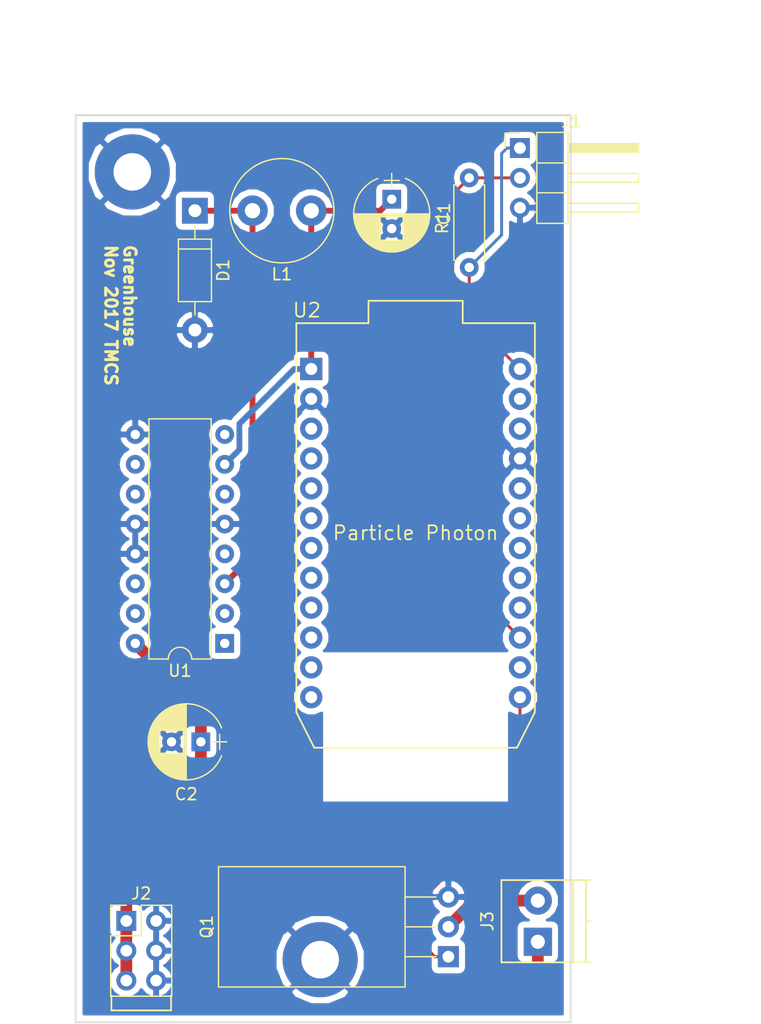
<source format=kicad_pcb>
(kicad_pcb (version 4) (host pcbnew 4.0.7)

  (general
    (links 31)
    (no_connects 0)
    (area 135.723143 38.956 204.446 125.551001)
    (thickness 1.6)
    (drawings 7)
    (tracks 44)
    (zones 0)
    (modules 13)
    (nets 36)
  )

  (page A4)
  (layers
    (0 F.Cu signal)
    (31 B.Cu signal)
    (32 B.Adhes user)
    (33 F.Adhes user)
    (34 B.Paste user)
    (35 F.Paste user)
    (36 B.SilkS user)
    (37 F.SilkS user)
    (38 B.Mask user)
    (39 F.Mask user)
    (40 Dwgs.User user)
    (41 Cmts.User user)
    (42 Eco1.User user)
    (43 Eco2.User user)
    (44 Edge.Cuts user)
    (45 Margin user)
    (46 B.CrtYd user)
    (47 F.CrtYd user)
    (48 B.Fab user)
    (49 F.Fab user)
  )

  (setup
    (last_trace_width 0.25)
    (user_trace_width 0.25)
    (user_trace_width 0.5)
    (user_trace_width 1)
    (trace_clearance 0.2)
    (zone_clearance 0.508)
    (zone_45_only no)
    (trace_min 0.2)
    (segment_width 0.2)
    (edge_width 0.15)
    (via_size 0.6)
    (via_drill 0.4)
    (via_min_size 0.4)
    (via_min_drill 0.3)
    (uvia_size 0.3)
    (uvia_drill 0.1)
    (uvias_allowed no)
    (uvia_min_size 0.2)
    (uvia_min_drill 0.1)
    (pcb_text_width 0.3)
    (pcb_text_size 1.5 1.5)
    (mod_edge_width 0.15)
    (mod_text_size 1 1)
    (mod_text_width 0.15)
    (pad_size 6.4 6.4)
    (pad_drill 3.2)
    (pad_to_mask_clearance 0.2)
    (aux_axis_origin 0 0)
    (visible_elements 7FFFFFFF)
    (pcbplotparams
      (layerselection 0x010f0_80000001)
      (usegerberextensions false)
      (excludeedgelayer true)
      (linewidth 0.100000)
      (plotframeref false)
      (viasonmask false)
      (mode 1)
      (useauxorigin false)
      (hpglpennumber 1)
      (hpglpenspeed 20)
      (hpglpendiameter 15)
      (hpglpenoverlay 2)
      (psnegative false)
      (psa4output false)
      (plotreference true)
      (plotvalue true)
      (plotinvisibletext false)
      (padsonsilk false)
      (subtractmaskfromsilk false)
      (outputformat 1)
      (mirror false)
      (drillshape 0)
      (scaleselection 1)
      (outputdirectory ""))
  )

  (net 0 "")
  (net 1 +5V)
  (net 2 GND)
  (net 3 +9V)
  (net 4 "Net-(D1-Pad1)")
  (net 5 /3V3)
  (net 6 "Net-(J1-Pad2)")
  (net 7 /LED_ON)
  (net 8 "Net-(Q1-Pad1)")
  (net 9 "Net-(U1-Pad1)")
  (net 10 "Net-(U1-Pad2)")
  (net 11 "Net-(U1-Pad10)")
  (net 12 "Net-(U1-Pad11)")
  (net 13 "Net-(U1-Pad4)")
  (net 14 "Net-(U1-Pad6)")
  (net 15 "Net-(U1-Pad14)")
  (net 16 "Net-(U1-Pad15)")
  (net 17 "Net-(U1-Pad8)")
  (net 18 "Net-(U2-Pad3)")
  (net 19 "Net-(U2-Pad4)")
  (net 20 "Net-(U2-Pad5)")
  (net 21 "Net-(U2-Pad6)")
  (net 22 "Net-(U2-Pad7)")
  (net 23 "Net-(U2-Pad8)")
  (net 24 "Net-(U2-Pad9)")
  (net 25 "Net-(U2-Pad10)")
  (net 26 "Net-(U2-Pad11)")
  (net 27 "Net-(U2-Pad12)")
  (net 28 "Net-(U2-Pad23)")
  (net 29 "Net-(U2-Pad22)")
  (net 30 "Net-(U2-Pad20)")
  (net 31 "Net-(U2-Pad19)")
  (net 32 "Net-(U2-Pad18)")
  (net 33 "Net-(U2-Pad17)")
  (net 34 "Net-(U2-Pad16)")
  (net 35 "Net-(U2-Pad14)")

  (net_class Default "This is the default net class."
    (clearance 0.2)
    (trace_width 0.25)
    (via_dia 0.6)
    (via_drill 0.4)
    (uvia_dia 0.3)
    (uvia_drill 0.1)
    (add_net +5V)
    (add_net +9V)
    (add_net /3V3)
    (add_net /LED_ON)
    (add_net GND)
    (add_net "Net-(D1-Pad1)")
    (add_net "Net-(J1-Pad2)")
    (add_net "Net-(Q1-Pad1)")
    (add_net "Net-(U1-Pad1)")
    (add_net "Net-(U1-Pad10)")
    (add_net "Net-(U1-Pad11)")
    (add_net "Net-(U1-Pad14)")
    (add_net "Net-(U1-Pad15)")
    (add_net "Net-(U1-Pad2)")
    (add_net "Net-(U1-Pad4)")
    (add_net "Net-(U1-Pad6)")
    (add_net "Net-(U1-Pad8)")
    (add_net "Net-(U2-Pad10)")
    (add_net "Net-(U2-Pad11)")
    (add_net "Net-(U2-Pad12)")
    (add_net "Net-(U2-Pad14)")
    (add_net "Net-(U2-Pad16)")
    (add_net "Net-(U2-Pad17)")
    (add_net "Net-(U2-Pad18)")
    (add_net "Net-(U2-Pad19)")
    (add_net "Net-(U2-Pad20)")
    (add_net "Net-(U2-Pad22)")
    (add_net "Net-(U2-Pad23)")
    (add_net "Net-(U2-Pad3)")
    (add_net "Net-(U2-Pad4)")
    (add_net "Net-(U2-Pad5)")
    (add_net "Net-(U2-Pad6)")
    (add_net "Net-(U2-Pad7)")
    (add_net "Net-(U2-Pad8)")
    (add_net "Net-(U2-Pad9)")
  )

  (module Thomas:photon_tht (layer F.Cu) (tedit 592757CD) (tstamp 5A0868AA)
    (at 171.196 83.82)
    (path /5A06651A)
    (fp_text reference U2 (at -9.25746 -18.95874) (layer F.SilkS)
      (effects (font (size 1.2 1.2) (thickness 0.15)))
    )
    (fp_text value "Particle Photon" (at 0.00254 0 180) (layer F.SilkS)
      (effects (font (size 1.2 1.2) (thickness 0.15)))
    )
    (fp_text user "no pwr/gnd planes" (at -0.07366 19.91106) (layer F.Fab)
      (effects (font (size 1 1) (thickness 0.15)))
    )
    (fp_text user "route no signals" (at -0.05588 16.43126) (layer F.Fab)
      (effects (font (size 1 1) (thickness 0.15)))
    )
    (fp_text user "Antenna area" (at -0.05588 13.132816) (layer F.Fab)
      (effects (font (size 1 1) (thickness 0.15)))
    )
    (fp_line (start 7.62254 22.617176) (end 7.62254 10.28172) (layer B.CrtYd) (width 0.15))
    (fp_line (start 7.62254 10.28172) (end -7.61746 10.28172) (layer B.CrtYd) (width 0.15))
    (fp_line (start 7.62254 22.617176) (end -7.61746 22.617176) (layer B.CrtYd) (width 0.15))
    (fp_line (start -7.61746 22.617176) (end -7.61746 10.28172) (layer B.CrtYd) (width 0.15))
    (fp_line (start 10.16254 15.25172) (end 8.63854 18.28172) (layer F.SilkS) (width 0.15))
    (fp_line (start -10.15746 15.25172) (end -8.63346 18.28172) (layer F.SilkS) (width 0.15))
    (fp_line (start -8.63346 18.28172) (end 8.63854 18.28172) (layer F.SilkS) (width 0.15))
    (fp_line (start 10.16254 -17.85874) (end 10.16254 15.25172) (layer F.SilkS) (width 0.15))
    (fp_line (start -10.15746 -17.85828) (end -10.15746 15.25172) (layer F.SilkS) (width 0.15))
    (fp_line (start 4.01574 -17.85874) (end 10.16254 -17.85874) (layer F.SilkS) (width 0.15))
    (fp_line (start -4.01066 -17.85828) (end -10.15746 -17.85828) (layer F.SilkS) (width 0.15))
    (fp_line (start -4.01066 -19.76374) (end -4.01066 -17.85874) (layer F.SilkS) (width 0.15))
    (fp_line (start 4.01574 -19.76374) (end 4.01574 -17.85874) (layer F.SilkS) (width 0.15))
    (fp_line (start -4.01066 -19.76374) (end 4.01574 -19.76374) (layer F.SilkS) (width 0.15))
    (fp_line (start 7.62254 10.28172) (end -7.61746 10.28172) (layer F.CrtYd) (width 0.15))
    (fp_line (start 7.62254 22.617176) (end 7.62254 10.28172) (layer F.CrtYd) (width 0.15))
    (fp_line (start -7.61746 22.617176) (end -7.61746 10.28172) (layer F.CrtYd) (width 0.15))
    (fp_line (start 7.62254 22.617176) (end -7.61746 22.617176) (layer F.CrtYd) (width 0.15))
    (pad 1 thru_hole rect (at -8.88746 -13.95828) (size 1.9 1.9) (drill 1.02) (layers *.Cu *.Mask)
      (net 1 +5V))
    (pad 2 thru_hole circle (at -8.88746 -11.41828) (size 1.9 1.9) (drill 1.02) (layers *.Cu *.Mask)
      (net 2 GND))
    (pad 3 thru_hole circle (at -8.88746 -8.87828) (size 1.9 1.9) (drill 1.02) (layers *.Cu *.Mask)
      (net 18 "Net-(U2-Pad3)"))
    (pad 4 thru_hole circle (at -8.88746 -6.33828) (size 1.9 1.9) (drill 1.02) (layers *.Cu *.Mask)
      (net 19 "Net-(U2-Pad4)"))
    (pad 5 thru_hole circle (at -8.88746 -3.79828) (size 1.9 1.9) (drill 1.02) (layers *.Cu *.Mask)
      (net 20 "Net-(U2-Pad5)"))
    (pad 6 thru_hole circle (at -8.88746 -1.25828) (size 1.9 1.9) (drill 1.02) (layers *.Cu *.Mask)
      (net 21 "Net-(U2-Pad6)"))
    (pad 7 thru_hole circle (at -8.88746 1.28172) (size 1.9 1.9) (drill 1.02) (layers *.Cu *.Mask)
      (net 22 "Net-(U2-Pad7)"))
    (pad 8 thru_hole circle (at -8.88746 3.82172) (size 1.9 1.9) (drill 1.02) (layers *.Cu *.Mask)
      (net 23 "Net-(U2-Pad8)"))
    (pad 9 thru_hole circle (at -8.88746 6.36172) (size 1.9 1.9) (drill 1.02) (layers *.Cu *.Mask)
      (net 24 "Net-(U2-Pad9)"))
    (pad 10 thru_hole circle (at -8.88746 8.90172) (size 1.9 1.9) (drill 1.02) (layers *.Cu *.Mask)
      (net 25 "Net-(U2-Pad10)"))
    (pad 11 thru_hole circle (at -8.88746 11.44172) (size 1.9 1.9) (drill 1.02) (layers *.Cu *.Mask)
      (net 26 "Net-(U2-Pad11)"))
    (pad 12 thru_hole circle (at -8.88746 13.98172) (size 1.9 1.9) (drill 1.02) (layers *.Cu *.Mask)
      (net 27 "Net-(U2-Pad12)"))
    (pad 24 thru_hole circle (at 8.89254 -13.95828) (size 1.9 1.9) (drill 1.02) (layers *.Cu *.Mask)
      (net 5 /3V3))
    (pad 23 thru_hole circle (at 8.89254 -11.41828) (size 1.9 1.9) (drill 1.02) (layers *.Cu *.Mask)
      (net 28 "Net-(U2-Pad23)"))
    (pad 22 thru_hole circle (at 8.89254 -8.87828) (size 1.9 1.9) (drill 1.02) (layers *.Cu *.Mask)
      (net 29 "Net-(U2-Pad22)"))
    (pad 21 thru_hole circle (at 8.89254 -6.33828) (size 1.9 1.9) (drill 1.02) (layers *.Cu *.Mask)
      (net 2 GND))
    (pad 20 thru_hole circle (at 8.89254 -3.79828) (size 1.9 1.9) (drill 1.02) (layers *.Cu *.Mask)
      (net 30 "Net-(U2-Pad20)"))
    (pad 19 thru_hole circle (at 8.89254 -1.25828) (size 1.9 1.9) (drill 1.02) (layers *.Cu *.Mask)
      (net 31 "Net-(U2-Pad19)"))
    (pad 18 thru_hole circle (at 8.89254 1.28172) (size 1.9 1.9) (drill 1.02) (layers *.Cu *.Mask)
      (net 32 "Net-(U2-Pad18)"))
    (pad 17 thru_hole circle (at 8.89254 3.82172) (size 1.9 1.9) (drill 1.02) (layers *.Cu *.Mask)
      (net 33 "Net-(U2-Pad17)"))
    (pad 16 thru_hole circle (at 8.89254 6.36172) (size 1.9 1.9) (drill 1.02) (layers *.Cu *.Mask)
      (net 34 "Net-(U2-Pad16)"))
    (pad 15 thru_hole circle (at 8.89254 8.90172) (size 1.9 1.9) (drill 1.02) (layers *.Cu *.Mask)
      (net 6 "Net-(J1-Pad2)"))
    (pad 14 thru_hole circle (at 8.89254 11.44172) (size 1.9 1.9) (drill 1.02) (layers *.Cu *.Mask)
      (net 35 "Net-(U2-Pad14)"))
    (pad 13 thru_hole circle (at 8.89254 13.98172) (size 1.9 1.9) (drill 1.02) (layers *.Cu *.Mask)
      (net 8 "Net-(Q1-Pad1)"))
  )

  (module Capacitors_THT:CP_Radial_D6.3mm_P2.50mm (layer F.Cu) (tedit 597BC7C2) (tstamp 5A086819)
    (at 169.164 55.412 270)
    (descr "CP, Radial series, Radial, pin pitch=2.50mm, , diameter=6.3mm, Electrolytic Capacitor")
    (tags "CP Radial series Radial pin pitch 2.50mm  diameter 6.3mm Electrolytic Capacitor")
    (path /5A0669B2)
    (fp_text reference C1 (at 1.25 -4.46 270) (layer F.SilkS)
      (effects (font (size 1 1) (thickness 0.15)))
    )
    (fp_text value 330uF (at 1.25 4.46 270) (layer F.Fab)
      (effects (font (size 1 1) (thickness 0.15)))
    )
    (fp_arc (start 1.25 0) (end -1.767482 -1.18) (angle 137.3) (layer F.SilkS) (width 0.12))
    (fp_arc (start 1.25 0) (end -1.767482 1.18) (angle -137.3) (layer F.SilkS) (width 0.12))
    (fp_arc (start 1.25 0) (end 4.267482 -1.18) (angle 42.7) (layer F.SilkS) (width 0.12))
    (fp_circle (center 1.25 0) (end 4.4 0) (layer F.Fab) (width 0.1))
    (fp_line (start -2.2 0) (end -1 0) (layer F.Fab) (width 0.1))
    (fp_line (start -1.6 -0.65) (end -1.6 0.65) (layer F.Fab) (width 0.1))
    (fp_line (start 1.25 -3.2) (end 1.25 3.2) (layer F.SilkS) (width 0.12))
    (fp_line (start 1.29 -3.2) (end 1.29 3.2) (layer F.SilkS) (width 0.12))
    (fp_line (start 1.33 -3.2) (end 1.33 3.2) (layer F.SilkS) (width 0.12))
    (fp_line (start 1.37 -3.198) (end 1.37 3.198) (layer F.SilkS) (width 0.12))
    (fp_line (start 1.41 -3.197) (end 1.41 3.197) (layer F.SilkS) (width 0.12))
    (fp_line (start 1.45 -3.194) (end 1.45 3.194) (layer F.SilkS) (width 0.12))
    (fp_line (start 1.49 -3.192) (end 1.49 3.192) (layer F.SilkS) (width 0.12))
    (fp_line (start 1.53 -3.188) (end 1.53 -0.98) (layer F.SilkS) (width 0.12))
    (fp_line (start 1.53 0.98) (end 1.53 3.188) (layer F.SilkS) (width 0.12))
    (fp_line (start 1.57 -3.185) (end 1.57 -0.98) (layer F.SilkS) (width 0.12))
    (fp_line (start 1.57 0.98) (end 1.57 3.185) (layer F.SilkS) (width 0.12))
    (fp_line (start 1.61 -3.18) (end 1.61 -0.98) (layer F.SilkS) (width 0.12))
    (fp_line (start 1.61 0.98) (end 1.61 3.18) (layer F.SilkS) (width 0.12))
    (fp_line (start 1.65 -3.176) (end 1.65 -0.98) (layer F.SilkS) (width 0.12))
    (fp_line (start 1.65 0.98) (end 1.65 3.176) (layer F.SilkS) (width 0.12))
    (fp_line (start 1.69 -3.17) (end 1.69 -0.98) (layer F.SilkS) (width 0.12))
    (fp_line (start 1.69 0.98) (end 1.69 3.17) (layer F.SilkS) (width 0.12))
    (fp_line (start 1.73 -3.165) (end 1.73 -0.98) (layer F.SilkS) (width 0.12))
    (fp_line (start 1.73 0.98) (end 1.73 3.165) (layer F.SilkS) (width 0.12))
    (fp_line (start 1.77 -3.158) (end 1.77 -0.98) (layer F.SilkS) (width 0.12))
    (fp_line (start 1.77 0.98) (end 1.77 3.158) (layer F.SilkS) (width 0.12))
    (fp_line (start 1.81 -3.152) (end 1.81 -0.98) (layer F.SilkS) (width 0.12))
    (fp_line (start 1.81 0.98) (end 1.81 3.152) (layer F.SilkS) (width 0.12))
    (fp_line (start 1.85 -3.144) (end 1.85 -0.98) (layer F.SilkS) (width 0.12))
    (fp_line (start 1.85 0.98) (end 1.85 3.144) (layer F.SilkS) (width 0.12))
    (fp_line (start 1.89 -3.137) (end 1.89 -0.98) (layer F.SilkS) (width 0.12))
    (fp_line (start 1.89 0.98) (end 1.89 3.137) (layer F.SilkS) (width 0.12))
    (fp_line (start 1.93 -3.128) (end 1.93 -0.98) (layer F.SilkS) (width 0.12))
    (fp_line (start 1.93 0.98) (end 1.93 3.128) (layer F.SilkS) (width 0.12))
    (fp_line (start 1.971 -3.119) (end 1.971 -0.98) (layer F.SilkS) (width 0.12))
    (fp_line (start 1.971 0.98) (end 1.971 3.119) (layer F.SilkS) (width 0.12))
    (fp_line (start 2.011 -3.11) (end 2.011 -0.98) (layer F.SilkS) (width 0.12))
    (fp_line (start 2.011 0.98) (end 2.011 3.11) (layer F.SilkS) (width 0.12))
    (fp_line (start 2.051 -3.1) (end 2.051 -0.98) (layer F.SilkS) (width 0.12))
    (fp_line (start 2.051 0.98) (end 2.051 3.1) (layer F.SilkS) (width 0.12))
    (fp_line (start 2.091 -3.09) (end 2.091 -0.98) (layer F.SilkS) (width 0.12))
    (fp_line (start 2.091 0.98) (end 2.091 3.09) (layer F.SilkS) (width 0.12))
    (fp_line (start 2.131 -3.079) (end 2.131 -0.98) (layer F.SilkS) (width 0.12))
    (fp_line (start 2.131 0.98) (end 2.131 3.079) (layer F.SilkS) (width 0.12))
    (fp_line (start 2.171 -3.067) (end 2.171 -0.98) (layer F.SilkS) (width 0.12))
    (fp_line (start 2.171 0.98) (end 2.171 3.067) (layer F.SilkS) (width 0.12))
    (fp_line (start 2.211 -3.055) (end 2.211 -0.98) (layer F.SilkS) (width 0.12))
    (fp_line (start 2.211 0.98) (end 2.211 3.055) (layer F.SilkS) (width 0.12))
    (fp_line (start 2.251 -3.042) (end 2.251 -0.98) (layer F.SilkS) (width 0.12))
    (fp_line (start 2.251 0.98) (end 2.251 3.042) (layer F.SilkS) (width 0.12))
    (fp_line (start 2.291 -3.029) (end 2.291 -0.98) (layer F.SilkS) (width 0.12))
    (fp_line (start 2.291 0.98) (end 2.291 3.029) (layer F.SilkS) (width 0.12))
    (fp_line (start 2.331 -3.015) (end 2.331 -0.98) (layer F.SilkS) (width 0.12))
    (fp_line (start 2.331 0.98) (end 2.331 3.015) (layer F.SilkS) (width 0.12))
    (fp_line (start 2.371 -3.001) (end 2.371 -0.98) (layer F.SilkS) (width 0.12))
    (fp_line (start 2.371 0.98) (end 2.371 3.001) (layer F.SilkS) (width 0.12))
    (fp_line (start 2.411 -2.986) (end 2.411 -0.98) (layer F.SilkS) (width 0.12))
    (fp_line (start 2.411 0.98) (end 2.411 2.986) (layer F.SilkS) (width 0.12))
    (fp_line (start 2.451 -2.97) (end 2.451 -0.98) (layer F.SilkS) (width 0.12))
    (fp_line (start 2.451 0.98) (end 2.451 2.97) (layer F.SilkS) (width 0.12))
    (fp_line (start 2.491 -2.954) (end 2.491 -0.98) (layer F.SilkS) (width 0.12))
    (fp_line (start 2.491 0.98) (end 2.491 2.954) (layer F.SilkS) (width 0.12))
    (fp_line (start 2.531 -2.937) (end 2.531 -0.98) (layer F.SilkS) (width 0.12))
    (fp_line (start 2.531 0.98) (end 2.531 2.937) (layer F.SilkS) (width 0.12))
    (fp_line (start 2.571 -2.919) (end 2.571 -0.98) (layer F.SilkS) (width 0.12))
    (fp_line (start 2.571 0.98) (end 2.571 2.919) (layer F.SilkS) (width 0.12))
    (fp_line (start 2.611 -2.901) (end 2.611 -0.98) (layer F.SilkS) (width 0.12))
    (fp_line (start 2.611 0.98) (end 2.611 2.901) (layer F.SilkS) (width 0.12))
    (fp_line (start 2.651 -2.882) (end 2.651 -0.98) (layer F.SilkS) (width 0.12))
    (fp_line (start 2.651 0.98) (end 2.651 2.882) (layer F.SilkS) (width 0.12))
    (fp_line (start 2.691 -2.863) (end 2.691 -0.98) (layer F.SilkS) (width 0.12))
    (fp_line (start 2.691 0.98) (end 2.691 2.863) (layer F.SilkS) (width 0.12))
    (fp_line (start 2.731 -2.843) (end 2.731 -0.98) (layer F.SilkS) (width 0.12))
    (fp_line (start 2.731 0.98) (end 2.731 2.843) (layer F.SilkS) (width 0.12))
    (fp_line (start 2.771 -2.822) (end 2.771 -0.98) (layer F.SilkS) (width 0.12))
    (fp_line (start 2.771 0.98) (end 2.771 2.822) (layer F.SilkS) (width 0.12))
    (fp_line (start 2.811 -2.8) (end 2.811 -0.98) (layer F.SilkS) (width 0.12))
    (fp_line (start 2.811 0.98) (end 2.811 2.8) (layer F.SilkS) (width 0.12))
    (fp_line (start 2.851 -2.778) (end 2.851 -0.98) (layer F.SilkS) (width 0.12))
    (fp_line (start 2.851 0.98) (end 2.851 2.778) (layer F.SilkS) (width 0.12))
    (fp_line (start 2.891 -2.755) (end 2.891 -0.98) (layer F.SilkS) (width 0.12))
    (fp_line (start 2.891 0.98) (end 2.891 2.755) (layer F.SilkS) (width 0.12))
    (fp_line (start 2.931 -2.731) (end 2.931 -0.98) (layer F.SilkS) (width 0.12))
    (fp_line (start 2.931 0.98) (end 2.931 2.731) (layer F.SilkS) (width 0.12))
    (fp_line (start 2.971 -2.706) (end 2.971 -0.98) (layer F.SilkS) (width 0.12))
    (fp_line (start 2.971 0.98) (end 2.971 2.706) (layer F.SilkS) (width 0.12))
    (fp_line (start 3.011 -2.681) (end 3.011 -0.98) (layer F.SilkS) (width 0.12))
    (fp_line (start 3.011 0.98) (end 3.011 2.681) (layer F.SilkS) (width 0.12))
    (fp_line (start 3.051 -2.654) (end 3.051 -0.98) (layer F.SilkS) (width 0.12))
    (fp_line (start 3.051 0.98) (end 3.051 2.654) (layer F.SilkS) (width 0.12))
    (fp_line (start 3.091 -2.627) (end 3.091 -0.98) (layer F.SilkS) (width 0.12))
    (fp_line (start 3.091 0.98) (end 3.091 2.627) (layer F.SilkS) (width 0.12))
    (fp_line (start 3.131 -2.599) (end 3.131 -0.98) (layer F.SilkS) (width 0.12))
    (fp_line (start 3.131 0.98) (end 3.131 2.599) (layer F.SilkS) (width 0.12))
    (fp_line (start 3.171 -2.57) (end 3.171 -0.98) (layer F.SilkS) (width 0.12))
    (fp_line (start 3.171 0.98) (end 3.171 2.57) (layer F.SilkS) (width 0.12))
    (fp_line (start 3.211 -2.54) (end 3.211 -0.98) (layer F.SilkS) (width 0.12))
    (fp_line (start 3.211 0.98) (end 3.211 2.54) (layer F.SilkS) (width 0.12))
    (fp_line (start 3.251 -2.51) (end 3.251 -0.98) (layer F.SilkS) (width 0.12))
    (fp_line (start 3.251 0.98) (end 3.251 2.51) (layer F.SilkS) (width 0.12))
    (fp_line (start 3.291 -2.478) (end 3.291 -0.98) (layer F.SilkS) (width 0.12))
    (fp_line (start 3.291 0.98) (end 3.291 2.478) (layer F.SilkS) (width 0.12))
    (fp_line (start 3.331 -2.445) (end 3.331 -0.98) (layer F.SilkS) (width 0.12))
    (fp_line (start 3.331 0.98) (end 3.331 2.445) (layer F.SilkS) (width 0.12))
    (fp_line (start 3.371 -2.411) (end 3.371 -0.98) (layer F.SilkS) (width 0.12))
    (fp_line (start 3.371 0.98) (end 3.371 2.411) (layer F.SilkS) (width 0.12))
    (fp_line (start 3.411 -2.375) (end 3.411 -0.98) (layer F.SilkS) (width 0.12))
    (fp_line (start 3.411 0.98) (end 3.411 2.375) (layer F.SilkS) (width 0.12))
    (fp_line (start 3.451 -2.339) (end 3.451 -0.98) (layer F.SilkS) (width 0.12))
    (fp_line (start 3.451 0.98) (end 3.451 2.339) (layer F.SilkS) (width 0.12))
    (fp_line (start 3.491 -2.301) (end 3.491 2.301) (layer F.SilkS) (width 0.12))
    (fp_line (start 3.531 -2.262) (end 3.531 2.262) (layer F.SilkS) (width 0.12))
    (fp_line (start 3.571 -2.222) (end 3.571 2.222) (layer F.SilkS) (width 0.12))
    (fp_line (start 3.611 -2.18) (end 3.611 2.18) (layer F.SilkS) (width 0.12))
    (fp_line (start 3.651 -2.137) (end 3.651 2.137) (layer F.SilkS) (width 0.12))
    (fp_line (start 3.691 -2.092) (end 3.691 2.092) (layer F.SilkS) (width 0.12))
    (fp_line (start 3.731 -2.045) (end 3.731 2.045) (layer F.SilkS) (width 0.12))
    (fp_line (start 3.771 -1.997) (end 3.771 1.997) (layer F.SilkS) (width 0.12))
    (fp_line (start 3.811 -1.946) (end 3.811 1.946) (layer F.SilkS) (width 0.12))
    (fp_line (start 3.851 -1.894) (end 3.851 1.894) (layer F.SilkS) (width 0.12))
    (fp_line (start 3.891 -1.839) (end 3.891 1.839) (layer F.SilkS) (width 0.12))
    (fp_line (start 3.931 -1.781) (end 3.931 1.781) (layer F.SilkS) (width 0.12))
    (fp_line (start 3.971 -1.721) (end 3.971 1.721) (layer F.SilkS) (width 0.12))
    (fp_line (start 4.011 -1.658) (end 4.011 1.658) (layer F.SilkS) (width 0.12))
    (fp_line (start 4.051 -1.591) (end 4.051 1.591) (layer F.SilkS) (width 0.12))
    (fp_line (start 4.091 -1.52) (end 4.091 1.52) (layer F.SilkS) (width 0.12))
    (fp_line (start 4.131 -1.445) (end 4.131 1.445) (layer F.SilkS) (width 0.12))
    (fp_line (start 4.171 -1.364) (end 4.171 1.364) (layer F.SilkS) (width 0.12))
    (fp_line (start 4.211 -1.278) (end 4.211 1.278) (layer F.SilkS) (width 0.12))
    (fp_line (start 4.251 -1.184) (end 4.251 1.184) (layer F.SilkS) (width 0.12))
    (fp_line (start 4.291 -1.081) (end 4.291 1.081) (layer F.SilkS) (width 0.12))
    (fp_line (start 4.331 -0.966) (end 4.331 0.966) (layer F.SilkS) (width 0.12))
    (fp_line (start 4.371 -0.834) (end 4.371 0.834) (layer F.SilkS) (width 0.12))
    (fp_line (start 4.411 -0.676) (end 4.411 0.676) (layer F.SilkS) (width 0.12))
    (fp_line (start 4.451 -0.468) (end 4.451 0.468) (layer F.SilkS) (width 0.12))
    (fp_line (start -2.2 0) (end -1 0) (layer F.SilkS) (width 0.12))
    (fp_line (start -1.6 -0.65) (end -1.6 0.65) (layer F.SilkS) (width 0.12))
    (fp_line (start -2.25 -3.5) (end -2.25 3.5) (layer F.CrtYd) (width 0.05))
    (fp_line (start -2.25 3.5) (end 4.75 3.5) (layer F.CrtYd) (width 0.05))
    (fp_line (start 4.75 3.5) (end 4.75 -3.5) (layer F.CrtYd) (width 0.05))
    (fp_line (start 4.75 -3.5) (end -2.25 -3.5) (layer F.CrtYd) (width 0.05))
    (fp_text user %R (at 1.25 0 270) (layer F.Fab)
      (effects (font (size 1 1) (thickness 0.15)))
    )
    (pad 1 thru_hole rect (at 0 0 270) (size 1.6 1.6) (drill 0.8) (layers *.Cu *.Mask)
      (net 1 +5V))
    (pad 2 thru_hole circle (at 2.5 0 270) (size 1.6 1.6) (drill 0.8) (layers *.Cu *.Mask)
      (net 2 GND))
    (model ${KISYS3DMOD}/Capacitors_THT.3dshapes/CP_Radial_D6.3mm_P2.50mm.wrl
      (at (xyz 0 0 0))
      (scale (xyz 1 1 1))
      (rotate (xyz 0 0 0))
    )
  )

  (module Capacitors_THT:CP_Radial_D6.3mm_P2.50mm (layer F.Cu) (tedit 597BC7C2) (tstamp 5A08681F)
    (at 152.908 101.6 180)
    (descr "CP, Radial series, Radial, pin pitch=2.50mm, , diameter=6.3mm, Electrolytic Capacitor")
    (tags "CP Radial series Radial pin pitch 2.50mm  diameter 6.3mm Electrolytic Capacitor")
    (path /5A0669ED)
    (fp_text reference C2 (at 1.25 -4.46 180) (layer F.SilkS)
      (effects (font (size 1 1) (thickness 0.15)))
    )
    (fp_text value 100uF (at 1.25 4.46 180) (layer F.Fab)
      (effects (font (size 1 1) (thickness 0.15)))
    )
    (fp_arc (start 1.25 0) (end -1.767482 -1.18) (angle 137.3) (layer F.SilkS) (width 0.12))
    (fp_arc (start 1.25 0) (end -1.767482 1.18) (angle -137.3) (layer F.SilkS) (width 0.12))
    (fp_arc (start 1.25 0) (end 4.267482 -1.18) (angle 42.7) (layer F.SilkS) (width 0.12))
    (fp_circle (center 1.25 0) (end 4.4 0) (layer F.Fab) (width 0.1))
    (fp_line (start -2.2 0) (end -1 0) (layer F.Fab) (width 0.1))
    (fp_line (start -1.6 -0.65) (end -1.6 0.65) (layer F.Fab) (width 0.1))
    (fp_line (start 1.25 -3.2) (end 1.25 3.2) (layer F.SilkS) (width 0.12))
    (fp_line (start 1.29 -3.2) (end 1.29 3.2) (layer F.SilkS) (width 0.12))
    (fp_line (start 1.33 -3.2) (end 1.33 3.2) (layer F.SilkS) (width 0.12))
    (fp_line (start 1.37 -3.198) (end 1.37 3.198) (layer F.SilkS) (width 0.12))
    (fp_line (start 1.41 -3.197) (end 1.41 3.197) (layer F.SilkS) (width 0.12))
    (fp_line (start 1.45 -3.194) (end 1.45 3.194) (layer F.SilkS) (width 0.12))
    (fp_line (start 1.49 -3.192) (end 1.49 3.192) (layer F.SilkS) (width 0.12))
    (fp_line (start 1.53 -3.188) (end 1.53 -0.98) (layer F.SilkS) (width 0.12))
    (fp_line (start 1.53 0.98) (end 1.53 3.188) (layer F.SilkS) (width 0.12))
    (fp_line (start 1.57 -3.185) (end 1.57 -0.98) (layer F.SilkS) (width 0.12))
    (fp_line (start 1.57 0.98) (end 1.57 3.185) (layer F.SilkS) (width 0.12))
    (fp_line (start 1.61 -3.18) (end 1.61 -0.98) (layer F.SilkS) (width 0.12))
    (fp_line (start 1.61 0.98) (end 1.61 3.18) (layer F.SilkS) (width 0.12))
    (fp_line (start 1.65 -3.176) (end 1.65 -0.98) (layer F.SilkS) (width 0.12))
    (fp_line (start 1.65 0.98) (end 1.65 3.176) (layer F.SilkS) (width 0.12))
    (fp_line (start 1.69 -3.17) (end 1.69 -0.98) (layer F.SilkS) (width 0.12))
    (fp_line (start 1.69 0.98) (end 1.69 3.17) (layer F.SilkS) (width 0.12))
    (fp_line (start 1.73 -3.165) (end 1.73 -0.98) (layer F.SilkS) (width 0.12))
    (fp_line (start 1.73 0.98) (end 1.73 3.165) (layer F.SilkS) (width 0.12))
    (fp_line (start 1.77 -3.158) (end 1.77 -0.98) (layer F.SilkS) (width 0.12))
    (fp_line (start 1.77 0.98) (end 1.77 3.158) (layer F.SilkS) (width 0.12))
    (fp_line (start 1.81 -3.152) (end 1.81 -0.98) (layer F.SilkS) (width 0.12))
    (fp_line (start 1.81 0.98) (end 1.81 3.152) (layer F.SilkS) (width 0.12))
    (fp_line (start 1.85 -3.144) (end 1.85 -0.98) (layer F.SilkS) (width 0.12))
    (fp_line (start 1.85 0.98) (end 1.85 3.144) (layer F.SilkS) (width 0.12))
    (fp_line (start 1.89 -3.137) (end 1.89 -0.98) (layer F.SilkS) (width 0.12))
    (fp_line (start 1.89 0.98) (end 1.89 3.137) (layer F.SilkS) (width 0.12))
    (fp_line (start 1.93 -3.128) (end 1.93 -0.98) (layer F.SilkS) (width 0.12))
    (fp_line (start 1.93 0.98) (end 1.93 3.128) (layer F.SilkS) (width 0.12))
    (fp_line (start 1.971 -3.119) (end 1.971 -0.98) (layer F.SilkS) (width 0.12))
    (fp_line (start 1.971 0.98) (end 1.971 3.119) (layer F.SilkS) (width 0.12))
    (fp_line (start 2.011 -3.11) (end 2.011 -0.98) (layer F.SilkS) (width 0.12))
    (fp_line (start 2.011 0.98) (end 2.011 3.11) (layer F.SilkS) (width 0.12))
    (fp_line (start 2.051 -3.1) (end 2.051 -0.98) (layer F.SilkS) (width 0.12))
    (fp_line (start 2.051 0.98) (end 2.051 3.1) (layer F.SilkS) (width 0.12))
    (fp_line (start 2.091 -3.09) (end 2.091 -0.98) (layer F.SilkS) (width 0.12))
    (fp_line (start 2.091 0.98) (end 2.091 3.09) (layer F.SilkS) (width 0.12))
    (fp_line (start 2.131 -3.079) (end 2.131 -0.98) (layer F.SilkS) (width 0.12))
    (fp_line (start 2.131 0.98) (end 2.131 3.079) (layer F.SilkS) (width 0.12))
    (fp_line (start 2.171 -3.067) (end 2.171 -0.98) (layer F.SilkS) (width 0.12))
    (fp_line (start 2.171 0.98) (end 2.171 3.067) (layer F.SilkS) (width 0.12))
    (fp_line (start 2.211 -3.055) (end 2.211 -0.98) (layer F.SilkS) (width 0.12))
    (fp_line (start 2.211 0.98) (end 2.211 3.055) (layer F.SilkS) (width 0.12))
    (fp_line (start 2.251 -3.042) (end 2.251 -0.98) (layer F.SilkS) (width 0.12))
    (fp_line (start 2.251 0.98) (end 2.251 3.042) (layer F.SilkS) (width 0.12))
    (fp_line (start 2.291 -3.029) (end 2.291 -0.98) (layer F.SilkS) (width 0.12))
    (fp_line (start 2.291 0.98) (end 2.291 3.029) (layer F.SilkS) (width 0.12))
    (fp_line (start 2.331 -3.015) (end 2.331 -0.98) (layer F.SilkS) (width 0.12))
    (fp_line (start 2.331 0.98) (end 2.331 3.015) (layer F.SilkS) (width 0.12))
    (fp_line (start 2.371 -3.001) (end 2.371 -0.98) (layer F.SilkS) (width 0.12))
    (fp_line (start 2.371 0.98) (end 2.371 3.001) (layer F.SilkS) (width 0.12))
    (fp_line (start 2.411 -2.986) (end 2.411 -0.98) (layer F.SilkS) (width 0.12))
    (fp_line (start 2.411 0.98) (end 2.411 2.986) (layer F.SilkS) (width 0.12))
    (fp_line (start 2.451 -2.97) (end 2.451 -0.98) (layer F.SilkS) (width 0.12))
    (fp_line (start 2.451 0.98) (end 2.451 2.97) (layer F.SilkS) (width 0.12))
    (fp_line (start 2.491 -2.954) (end 2.491 -0.98) (layer F.SilkS) (width 0.12))
    (fp_line (start 2.491 0.98) (end 2.491 2.954) (layer F.SilkS) (width 0.12))
    (fp_line (start 2.531 -2.937) (end 2.531 -0.98) (layer F.SilkS) (width 0.12))
    (fp_line (start 2.531 0.98) (end 2.531 2.937) (layer F.SilkS) (width 0.12))
    (fp_line (start 2.571 -2.919) (end 2.571 -0.98) (layer F.SilkS) (width 0.12))
    (fp_line (start 2.571 0.98) (end 2.571 2.919) (layer F.SilkS) (width 0.12))
    (fp_line (start 2.611 -2.901) (end 2.611 -0.98) (layer F.SilkS) (width 0.12))
    (fp_line (start 2.611 0.98) (end 2.611 2.901) (layer F.SilkS) (width 0.12))
    (fp_line (start 2.651 -2.882) (end 2.651 -0.98) (layer F.SilkS) (width 0.12))
    (fp_line (start 2.651 0.98) (end 2.651 2.882) (layer F.SilkS) (width 0.12))
    (fp_line (start 2.691 -2.863) (end 2.691 -0.98) (layer F.SilkS) (width 0.12))
    (fp_line (start 2.691 0.98) (end 2.691 2.863) (layer F.SilkS) (width 0.12))
    (fp_line (start 2.731 -2.843) (end 2.731 -0.98) (layer F.SilkS) (width 0.12))
    (fp_line (start 2.731 0.98) (end 2.731 2.843) (layer F.SilkS) (width 0.12))
    (fp_line (start 2.771 -2.822) (end 2.771 -0.98) (layer F.SilkS) (width 0.12))
    (fp_line (start 2.771 0.98) (end 2.771 2.822) (layer F.SilkS) (width 0.12))
    (fp_line (start 2.811 -2.8) (end 2.811 -0.98) (layer F.SilkS) (width 0.12))
    (fp_line (start 2.811 0.98) (end 2.811 2.8) (layer F.SilkS) (width 0.12))
    (fp_line (start 2.851 -2.778) (end 2.851 -0.98) (layer F.SilkS) (width 0.12))
    (fp_line (start 2.851 0.98) (end 2.851 2.778) (layer F.SilkS) (width 0.12))
    (fp_line (start 2.891 -2.755) (end 2.891 -0.98) (layer F.SilkS) (width 0.12))
    (fp_line (start 2.891 0.98) (end 2.891 2.755) (layer F.SilkS) (width 0.12))
    (fp_line (start 2.931 -2.731) (end 2.931 -0.98) (layer F.SilkS) (width 0.12))
    (fp_line (start 2.931 0.98) (end 2.931 2.731) (layer F.SilkS) (width 0.12))
    (fp_line (start 2.971 -2.706) (end 2.971 -0.98) (layer F.SilkS) (width 0.12))
    (fp_line (start 2.971 0.98) (end 2.971 2.706) (layer F.SilkS) (width 0.12))
    (fp_line (start 3.011 -2.681) (end 3.011 -0.98) (layer F.SilkS) (width 0.12))
    (fp_line (start 3.011 0.98) (end 3.011 2.681) (layer F.SilkS) (width 0.12))
    (fp_line (start 3.051 -2.654) (end 3.051 -0.98) (layer F.SilkS) (width 0.12))
    (fp_line (start 3.051 0.98) (end 3.051 2.654) (layer F.SilkS) (width 0.12))
    (fp_line (start 3.091 -2.627) (end 3.091 -0.98) (layer F.SilkS) (width 0.12))
    (fp_line (start 3.091 0.98) (end 3.091 2.627) (layer F.SilkS) (width 0.12))
    (fp_line (start 3.131 -2.599) (end 3.131 -0.98) (layer F.SilkS) (width 0.12))
    (fp_line (start 3.131 0.98) (end 3.131 2.599) (layer F.SilkS) (width 0.12))
    (fp_line (start 3.171 -2.57) (end 3.171 -0.98) (layer F.SilkS) (width 0.12))
    (fp_line (start 3.171 0.98) (end 3.171 2.57) (layer F.SilkS) (width 0.12))
    (fp_line (start 3.211 -2.54) (end 3.211 -0.98) (layer F.SilkS) (width 0.12))
    (fp_line (start 3.211 0.98) (end 3.211 2.54) (layer F.SilkS) (width 0.12))
    (fp_line (start 3.251 -2.51) (end 3.251 -0.98) (layer F.SilkS) (width 0.12))
    (fp_line (start 3.251 0.98) (end 3.251 2.51) (layer F.SilkS) (width 0.12))
    (fp_line (start 3.291 -2.478) (end 3.291 -0.98) (layer F.SilkS) (width 0.12))
    (fp_line (start 3.291 0.98) (end 3.291 2.478) (layer F.SilkS) (width 0.12))
    (fp_line (start 3.331 -2.445) (end 3.331 -0.98) (layer F.SilkS) (width 0.12))
    (fp_line (start 3.331 0.98) (end 3.331 2.445) (layer F.SilkS) (width 0.12))
    (fp_line (start 3.371 -2.411) (end 3.371 -0.98) (layer F.SilkS) (width 0.12))
    (fp_line (start 3.371 0.98) (end 3.371 2.411) (layer F.SilkS) (width 0.12))
    (fp_line (start 3.411 -2.375) (end 3.411 -0.98) (layer F.SilkS) (width 0.12))
    (fp_line (start 3.411 0.98) (end 3.411 2.375) (layer F.SilkS) (width 0.12))
    (fp_line (start 3.451 -2.339) (end 3.451 -0.98) (layer F.SilkS) (width 0.12))
    (fp_line (start 3.451 0.98) (end 3.451 2.339) (layer F.SilkS) (width 0.12))
    (fp_line (start 3.491 -2.301) (end 3.491 2.301) (layer F.SilkS) (width 0.12))
    (fp_line (start 3.531 -2.262) (end 3.531 2.262) (layer F.SilkS) (width 0.12))
    (fp_line (start 3.571 -2.222) (end 3.571 2.222) (layer F.SilkS) (width 0.12))
    (fp_line (start 3.611 -2.18) (end 3.611 2.18) (layer F.SilkS) (width 0.12))
    (fp_line (start 3.651 -2.137) (end 3.651 2.137) (layer F.SilkS) (width 0.12))
    (fp_line (start 3.691 -2.092) (end 3.691 2.092) (layer F.SilkS) (width 0.12))
    (fp_line (start 3.731 -2.045) (end 3.731 2.045) (layer F.SilkS) (width 0.12))
    (fp_line (start 3.771 -1.997) (end 3.771 1.997) (layer F.SilkS) (width 0.12))
    (fp_line (start 3.811 -1.946) (end 3.811 1.946) (layer F.SilkS) (width 0.12))
    (fp_line (start 3.851 -1.894) (end 3.851 1.894) (layer F.SilkS) (width 0.12))
    (fp_line (start 3.891 -1.839) (end 3.891 1.839) (layer F.SilkS) (width 0.12))
    (fp_line (start 3.931 -1.781) (end 3.931 1.781) (layer F.SilkS) (width 0.12))
    (fp_line (start 3.971 -1.721) (end 3.971 1.721) (layer F.SilkS) (width 0.12))
    (fp_line (start 4.011 -1.658) (end 4.011 1.658) (layer F.SilkS) (width 0.12))
    (fp_line (start 4.051 -1.591) (end 4.051 1.591) (layer F.SilkS) (width 0.12))
    (fp_line (start 4.091 -1.52) (end 4.091 1.52) (layer F.SilkS) (width 0.12))
    (fp_line (start 4.131 -1.445) (end 4.131 1.445) (layer F.SilkS) (width 0.12))
    (fp_line (start 4.171 -1.364) (end 4.171 1.364) (layer F.SilkS) (width 0.12))
    (fp_line (start 4.211 -1.278) (end 4.211 1.278) (layer F.SilkS) (width 0.12))
    (fp_line (start 4.251 -1.184) (end 4.251 1.184) (layer F.SilkS) (width 0.12))
    (fp_line (start 4.291 -1.081) (end 4.291 1.081) (layer F.SilkS) (width 0.12))
    (fp_line (start 4.331 -0.966) (end 4.331 0.966) (layer F.SilkS) (width 0.12))
    (fp_line (start 4.371 -0.834) (end 4.371 0.834) (layer F.SilkS) (width 0.12))
    (fp_line (start 4.411 -0.676) (end 4.411 0.676) (layer F.SilkS) (width 0.12))
    (fp_line (start 4.451 -0.468) (end 4.451 0.468) (layer F.SilkS) (width 0.12))
    (fp_line (start -2.2 0) (end -1 0) (layer F.SilkS) (width 0.12))
    (fp_line (start -1.6 -0.65) (end -1.6 0.65) (layer F.SilkS) (width 0.12))
    (fp_line (start -2.25 -3.5) (end -2.25 3.5) (layer F.CrtYd) (width 0.05))
    (fp_line (start -2.25 3.5) (end 4.75 3.5) (layer F.CrtYd) (width 0.05))
    (fp_line (start 4.75 3.5) (end 4.75 -3.5) (layer F.CrtYd) (width 0.05))
    (fp_line (start 4.75 -3.5) (end -2.25 -3.5) (layer F.CrtYd) (width 0.05))
    (fp_text user %R (at 1.25 0 180) (layer F.Fab)
      (effects (font (size 1 1) (thickness 0.15)))
    )
    (pad 1 thru_hole rect (at 0 0 180) (size 1.6 1.6) (drill 0.8) (layers *.Cu *.Mask)
      (net 3 +9V))
    (pad 2 thru_hole circle (at 2.5 0 180) (size 1.6 1.6) (drill 0.8) (layers *.Cu *.Mask)
      (net 2 GND))
    (model ${KISYS3DMOD}/Capacitors_THT.3dshapes/CP_Radial_D6.3mm_P2.50mm.wrl
      (at (xyz 0 0 0))
      (scale (xyz 1 1 1))
      (rotate (xyz 0 0 0))
    )
  )

  (module Diodes_THT:D_DO-41_SOD81_P10.16mm_Horizontal (layer F.Cu) (tedit 5921392F) (tstamp 5A086825)
    (at 152.4 56.388 270)
    (descr "D, DO-41_SOD81 series, Axial, Horizontal, pin pitch=10.16mm, , length*diameter=5.2*2.7mm^2, , http://www.diodes.com/_files/packages/DO-41%20(Plastic).pdf")
    (tags "D DO-41_SOD81 series Axial Horizontal pin pitch 10.16mm  length 5.2mm diameter 2.7mm")
    (path /5A06DA35)
    (fp_text reference D1 (at 5.08 -2.41 270) (layer F.SilkS)
      (effects (font (size 1 1) (thickness 0.15)))
    )
    (fp_text value 1N5819 (at 5.08 2.41 270) (layer F.Fab)
      (effects (font (size 1 1) (thickness 0.15)))
    )
    (fp_text user %R (at 5.08 0 270) (layer F.Fab)
      (effects (font (size 1 1) (thickness 0.15)))
    )
    (fp_line (start 2.48 -1.35) (end 2.48 1.35) (layer F.Fab) (width 0.1))
    (fp_line (start 2.48 1.35) (end 7.68 1.35) (layer F.Fab) (width 0.1))
    (fp_line (start 7.68 1.35) (end 7.68 -1.35) (layer F.Fab) (width 0.1))
    (fp_line (start 7.68 -1.35) (end 2.48 -1.35) (layer F.Fab) (width 0.1))
    (fp_line (start 0 0) (end 2.48 0) (layer F.Fab) (width 0.1))
    (fp_line (start 10.16 0) (end 7.68 0) (layer F.Fab) (width 0.1))
    (fp_line (start 3.26 -1.35) (end 3.26 1.35) (layer F.Fab) (width 0.1))
    (fp_line (start 2.42 -1.41) (end 2.42 1.41) (layer F.SilkS) (width 0.12))
    (fp_line (start 2.42 1.41) (end 7.74 1.41) (layer F.SilkS) (width 0.12))
    (fp_line (start 7.74 1.41) (end 7.74 -1.41) (layer F.SilkS) (width 0.12))
    (fp_line (start 7.74 -1.41) (end 2.42 -1.41) (layer F.SilkS) (width 0.12))
    (fp_line (start 1.28 0) (end 2.42 0) (layer F.SilkS) (width 0.12))
    (fp_line (start 8.88 0) (end 7.74 0) (layer F.SilkS) (width 0.12))
    (fp_line (start 3.26 -1.41) (end 3.26 1.41) (layer F.SilkS) (width 0.12))
    (fp_line (start -1.35 -1.7) (end -1.35 1.7) (layer F.CrtYd) (width 0.05))
    (fp_line (start -1.35 1.7) (end 11.55 1.7) (layer F.CrtYd) (width 0.05))
    (fp_line (start 11.55 1.7) (end 11.55 -1.7) (layer F.CrtYd) (width 0.05))
    (fp_line (start 11.55 -1.7) (end -1.35 -1.7) (layer F.CrtYd) (width 0.05))
    (pad 1 thru_hole rect (at 0 0 270) (size 2.2 2.2) (drill 1.1) (layers *.Cu *.Mask)
      (net 4 "Net-(D1-Pad1)"))
    (pad 2 thru_hole oval (at 10.16 0 270) (size 2.2 2.2) (drill 1.1) (layers *.Cu *.Mask)
      (net 2 GND))
    (model ${KISYS3DMOD}/Diodes_THT.3dshapes/D_DO-41_SOD81_P10.16mm_Horizontal.wrl
      (at (xyz 0 0 0))
      (scale (xyz 0.393701 0.393701 0.393701))
      (rotate (xyz 0 0 0))
    )
  )

  (module Pin_Headers:Pin_Header_Angled_1x03_Pitch2.54mm (layer F.Cu) (tedit 59650532) (tstamp 5A08682C)
    (at 180.086 51.054)
    (descr "Through hole angled pin header, 1x03, 2.54mm pitch, 6mm pin length, single row")
    (tags "Through hole angled pin header THT 1x03 2.54mm single row")
    (path /5A069295)
    (fp_text reference J1 (at 4.385 -2.27) (layer F.SilkS)
      (effects (font (size 1 1) (thickness 0.15)))
    )
    (fp_text value Conn_01x03 (at 4.385 7.35) (layer F.Fab)
      (effects (font (size 1 1) (thickness 0.15)))
    )
    (fp_line (start 2.135 -1.27) (end 4.04 -1.27) (layer F.Fab) (width 0.1))
    (fp_line (start 4.04 -1.27) (end 4.04 6.35) (layer F.Fab) (width 0.1))
    (fp_line (start 4.04 6.35) (end 1.5 6.35) (layer F.Fab) (width 0.1))
    (fp_line (start 1.5 6.35) (end 1.5 -0.635) (layer F.Fab) (width 0.1))
    (fp_line (start 1.5 -0.635) (end 2.135 -1.27) (layer F.Fab) (width 0.1))
    (fp_line (start -0.32 -0.32) (end 1.5 -0.32) (layer F.Fab) (width 0.1))
    (fp_line (start -0.32 -0.32) (end -0.32 0.32) (layer F.Fab) (width 0.1))
    (fp_line (start -0.32 0.32) (end 1.5 0.32) (layer F.Fab) (width 0.1))
    (fp_line (start 4.04 -0.32) (end 10.04 -0.32) (layer F.Fab) (width 0.1))
    (fp_line (start 10.04 -0.32) (end 10.04 0.32) (layer F.Fab) (width 0.1))
    (fp_line (start 4.04 0.32) (end 10.04 0.32) (layer F.Fab) (width 0.1))
    (fp_line (start -0.32 2.22) (end 1.5 2.22) (layer F.Fab) (width 0.1))
    (fp_line (start -0.32 2.22) (end -0.32 2.86) (layer F.Fab) (width 0.1))
    (fp_line (start -0.32 2.86) (end 1.5 2.86) (layer F.Fab) (width 0.1))
    (fp_line (start 4.04 2.22) (end 10.04 2.22) (layer F.Fab) (width 0.1))
    (fp_line (start 10.04 2.22) (end 10.04 2.86) (layer F.Fab) (width 0.1))
    (fp_line (start 4.04 2.86) (end 10.04 2.86) (layer F.Fab) (width 0.1))
    (fp_line (start -0.32 4.76) (end 1.5 4.76) (layer F.Fab) (width 0.1))
    (fp_line (start -0.32 4.76) (end -0.32 5.4) (layer F.Fab) (width 0.1))
    (fp_line (start -0.32 5.4) (end 1.5 5.4) (layer F.Fab) (width 0.1))
    (fp_line (start 4.04 4.76) (end 10.04 4.76) (layer F.Fab) (width 0.1))
    (fp_line (start 10.04 4.76) (end 10.04 5.4) (layer F.Fab) (width 0.1))
    (fp_line (start 4.04 5.4) (end 10.04 5.4) (layer F.Fab) (width 0.1))
    (fp_line (start 1.44 -1.33) (end 1.44 6.41) (layer F.SilkS) (width 0.12))
    (fp_line (start 1.44 6.41) (end 4.1 6.41) (layer F.SilkS) (width 0.12))
    (fp_line (start 4.1 6.41) (end 4.1 -1.33) (layer F.SilkS) (width 0.12))
    (fp_line (start 4.1 -1.33) (end 1.44 -1.33) (layer F.SilkS) (width 0.12))
    (fp_line (start 4.1 -0.38) (end 10.1 -0.38) (layer F.SilkS) (width 0.12))
    (fp_line (start 10.1 -0.38) (end 10.1 0.38) (layer F.SilkS) (width 0.12))
    (fp_line (start 10.1 0.38) (end 4.1 0.38) (layer F.SilkS) (width 0.12))
    (fp_line (start 4.1 -0.32) (end 10.1 -0.32) (layer F.SilkS) (width 0.12))
    (fp_line (start 4.1 -0.2) (end 10.1 -0.2) (layer F.SilkS) (width 0.12))
    (fp_line (start 4.1 -0.08) (end 10.1 -0.08) (layer F.SilkS) (width 0.12))
    (fp_line (start 4.1 0.04) (end 10.1 0.04) (layer F.SilkS) (width 0.12))
    (fp_line (start 4.1 0.16) (end 10.1 0.16) (layer F.SilkS) (width 0.12))
    (fp_line (start 4.1 0.28) (end 10.1 0.28) (layer F.SilkS) (width 0.12))
    (fp_line (start 1.11 -0.38) (end 1.44 -0.38) (layer F.SilkS) (width 0.12))
    (fp_line (start 1.11 0.38) (end 1.44 0.38) (layer F.SilkS) (width 0.12))
    (fp_line (start 1.44 1.27) (end 4.1 1.27) (layer F.SilkS) (width 0.12))
    (fp_line (start 4.1 2.16) (end 10.1 2.16) (layer F.SilkS) (width 0.12))
    (fp_line (start 10.1 2.16) (end 10.1 2.92) (layer F.SilkS) (width 0.12))
    (fp_line (start 10.1 2.92) (end 4.1 2.92) (layer F.SilkS) (width 0.12))
    (fp_line (start 1.042929 2.16) (end 1.44 2.16) (layer F.SilkS) (width 0.12))
    (fp_line (start 1.042929 2.92) (end 1.44 2.92) (layer F.SilkS) (width 0.12))
    (fp_line (start 1.44 3.81) (end 4.1 3.81) (layer F.SilkS) (width 0.12))
    (fp_line (start 4.1 4.7) (end 10.1 4.7) (layer F.SilkS) (width 0.12))
    (fp_line (start 10.1 4.7) (end 10.1 5.46) (layer F.SilkS) (width 0.12))
    (fp_line (start 10.1 5.46) (end 4.1 5.46) (layer F.SilkS) (width 0.12))
    (fp_line (start 1.042929 4.7) (end 1.44 4.7) (layer F.SilkS) (width 0.12))
    (fp_line (start 1.042929 5.46) (end 1.44 5.46) (layer F.SilkS) (width 0.12))
    (fp_line (start -1.27 0) (end -1.27 -1.27) (layer F.SilkS) (width 0.12))
    (fp_line (start -1.27 -1.27) (end 0 -1.27) (layer F.SilkS) (width 0.12))
    (fp_line (start -1.8 -1.8) (end -1.8 6.85) (layer F.CrtYd) (width 0.05))
    (fp_line (start -1.8 6.85) (end 10.55 6.85) (layer F.CrtYd) (width 0.05))
    (fp_line (start 10.55 6.85) (end 10.55 -1.8) (layer F.CrtYd) (width 0.05))
    (fp_line (start 10.55 -1.8) (end -1.8 -1.8) (layer F.CrtYd) (width 0.05))
    (fp_text user %R (at 2.77 2.54 90) (layer F.Fab)
      (effects (font (size 1 1) (thickness 0.15)))
    )
    (pad 1 thru_hole rect (at 0 0) (size 1.7 1.7) (drill 1) (layers *.Cu *.Mask)
      (net 5 /3V3))
    (pad 2 thru_hole oval (at 0 2.54) (size 1.7 1.7) (drill 1) (layers *.Cu *.Mask)
      (net 6 "Net-(J1-Pad2)"))
    (pad 3 thru_hole oval (at 0 5.08) (size 1.7 1.7) (drill 1) (layers *.Cu *.Mask)
      (net 2 GND))
    (model ${KISYS3DMOD}/Pin_Headers.3dshapes/Pin_Header_Angled_1x03_Pitch2.54mm.wrl
      (at (xyz 0 0 0))
      (scale (xyz 1 1 1))
      (rotate (xyz 0 0 0))
    )
  )

  (module Thomas:Barrel_Jack_Pin_Header_Straight_2x03_Pitch2.54mm (layer F.Cu) (tedit 59650532) (tstamp 5A08684B)
    (at 146.558 116.84)
    (descr "Barrel Jack to through hole straight pin header, 2x03, 2.54mm pitch, double rows")
    (tags "Barrel Jack to through hole pin header THT 2x03 2.54mm double row")
    (path /5A0749E6)
    (fp_text reference J2 (at 1.27 -2.33) (layer F.SilkS)
      (effects (font (size 1 1) (thickness 0.15)))
    )
    (fp_text value BarrelJack-Header (at 1.27 -3.81) (layer F.Fab)
      (effects (font (size 1 1) (thickness 0.15)))
    )
    (fp_line (start 3.81 7.62) (end 3.81 6.35) (layer F.SilkS) (width 0.15))
    (fp_line (start -1.27 7.62) (end 3.81 7.62) (layer F.SilkS) (width 0.15))
    (fp_line (start -1.27 6.35) (end -1.27 7.62) (layer F.SilkS) (width 0.15))
    (fp_line (start 0 -1.27) (end 3.81 -1.27) (layer F.Fab) (width 0.1))
    (fp_line (start 3.81 -1.27) (end 3.81 6.35) (layer F.Fab) (width 0.1))
    (fp_line (start 3.81 6.35) (end -1.27 6.35) (layer F.Fab) (width 0.1))
    (fp_line (start -1.27 6.35) (end -1.27 0) (layer F.Fab) (width 0.1))
    (fp_line (start -1.27 0) (end 0 -1.27) (layer F.Fab) (width 0.1))
    (fp_line (start -1.33 6.41) (end 3.87 6.41) (layer F.SilkS) (width 0.12))
    (fp_line (start -1.33 1.27) (end -1.33 6.41) (layer F.SilkS) (width 0.12))
    (fp_line (start 3.87 -1.33) (end 3.87 6.41) (layer F.SilkS) (width 0.12))
    (fp_line (start -1.33 1.27) (end 1.27 1.27) (layer F.SilkS) (width 0.12))
    (fp_line (start 1.27 1.27) (end 1.27 -1.33) (layer F.SilkS) (width 0.12))
    (fp_line (start 1.27 -1.33) (end 3.87 -1.33) (layer F.SilkS) (width 0.12))
    (fp_line (start -1.33 0) (end -1.33 -1.33) (layer F.SilkS) (width 0.12))
    (fp_line (start -1.33 -1.33) (end 0 -1.33) (layer F.SilkS) (width 0.12))
    (fp_line (start -1.8 -1.8) (end -1.8 6.85) (layer F.CrtYd) (width 0.05))
    (fp_line (start -1.8 6.85) (end 4.35 6.85) (layer F.CrtYd) (width 0.05))
    (fp_line (start 4.35 6.85) (end 4.35 -1.8) (layer F.CrtYd) (width 0.05))
    (fp_line (start 4.35 -1.8) (end -1.8 -1.8) (layer F.CrtYd) (width 0.05))
    (fp_text user %R (at 1.27 2.54 90) (layer F.Fab)
      (effects (font (size 1 1) (thickness 0.15)))
    )
    (pad 1 thru_hole rect (at 0 0) (size 1.7 1.7) (drill 1) (layers *.Cu *.Mask)
      (net 3 +9V))
    (pad 2 thru_hole oval (at 2.54 0) (size 1.7 1.7) (drill 1) (layers *.Cu *.Mask)
      (net 2 GND))
    (pad 3 thru_hole oval (at 0 2.54) (size 1.7 1.7) (drill 1) (layers *.Cu *.Mask)
      (net 3 +9V))
    (pad 4 thru_hole oval (at 2.54 2.54) (size 1.7 1.7) (drill 1) (layers *.Cu *.Mask)
      (net 2 GND))
    (pad 5 thru_hole oval (at 0 5.08) (size 1.7 1.7) (drill 1) (layers *.Cu *.Mask)
      (net 3 +9V))
    (pad 6 thru_hole oval (at 2.54 5.08) (size 1.7 1.7) (drill 1) (layers *.Cu *.Mask)
      (net 2 GND))
    (model ${KISYS3DMOD}/Pin_Headers.3dshapes/Pin_Header_Straight_2x03_Pitch2.54mm.wrl
      (at (xyz 0 0 0))
      (scale (xyz 1 1 1))
      (rotate (xyz 0 0 0))
    )
  )

  (module TerminalBlocks_Phoenix:TerminalBlock_Phoenix_PT-3.5mm_2pol (layer F.Cu) (tedit 59FF0756) (tstamp 5A086851)
    (at 181.61 118.618 90)
    (descr "2-way 3.5mm pitch terminal block, Phoenix PT series")
    (path /5A067D86)
    (fp_text reference J3 (at 1.75 -4.3 90) (layer F.SilkS)
      (effects (font (size 1 1) (thickness 0.15)))
    )
    (fp_text value Screw_Terminal_01x02 (at 1.75 6 90) (layer F.Fab)
      (effects (font (size 1 1) (thickness 0.15)))
    )
    (fp_text user %R (at 1.75 0 90) (layer F.Fab)
      (effects (font (size 1 1) (thickness 0.15)))
    )
    (fp_line (start -1.9 -3.3) (end 5.4 -3.3) (layer F.CrtYd) (width 0.05))
    (fp_line (start -1.9 4.7) (end -1.9 -3.3) (layer F.CrtYd) (width 0.05))
    (fp_line (start 5.4 4.7) (end -1.9 4.7) (layer F.CrtYd) (width 0.05))
    (fp_line (start 5.4 -3.3) (end 5.4 4.7) (layer F.CrtYd) (width 0.05))
    (fp_line (start 1.75 4.1) (end 1.75 4.5) (layer F.SilkS) (width 0.15))
    (fp_line (start -1.75 3) (end 5.25 3) (layer F.SilkS) (width 0.15))
    (fp_line (start -1.75 4.1) (end 5.25 4.1) (layer F.SilkS) (width 0.15))
    (fp_line (start -1.75 -3.1) (end -1.75 4.5) (layer F.SilkS) (width 0.15))
    (fp_line (start 5.25 4.5) (end 5.25 -3.1) (layer F.SilkS) (width 0.15))
    (fp_line (start 5.25 -3.1) (end -1.75 -3.1) (layer F.SilkS) (width 0.15))
    (pad 2 thru_hole circle (at 3.5 0 90) (size 2.4 2.4) (drill 1.2) (layers *.Cu *.Mask)
      (net 7 /LED_ON))
    (pad 1 thru_hole rect (at 0 0 90) (size 2.4 2.4) (drill 1.2) (layers *.Cu *.Mask)
      (net 3 +9V))
    (model ${KISYS3DMOD}/TerminalBlock_Phoenix.3dshapes/TerminalBlock_Phoenix_PT-3.5mm_2pol.wrl
      (at (xyz 0 0 0))
      (scale (xyz 1 1 1))
      (rotate (xyz 0 0 0))
    )
  )

  (module Inductors_THT:L_Radial_D8.7mm_P5.00mm_Fastron_07HCP (layer F.Cu) (tedit 587E3FCE) (tstamp 5A086857)
    (at 162.306 56.388 180)
    (descr "L, Radial series, Radial, pin pitch=5.00mm, , diameter=8.7mm, Fastron, 07HCP, http://cdn-reichelt.de/documents/datenblatt/B400/DS_07HCP.pdf")
    (tags "L Radial series Radial pin pitch 5.00mm  diameter 8.7mm Fastron 07HCP")
    (path /5A06DE21)
    (fp_text reference L1 (at 2.5 -5.41 180) (layer F.SilkS)
      (effects (font (size 1 1) (thickness 0.15)))
    )
    (fp_text value 330uH (at 2.5 5.41 180) (layer F.Fab)
      (effects (font (size 1 1) (thickness 0.15)))
    )
    (fp_circle (center 2.5 0) (end 6.85 0) (layer F.Fab) (width 0.1))
    (fp_circle (center 2.5 0) (end 6.94 0) (layer F.SilkS) (width 0.12))
    (fp_line (start -2.2 -4.7) (end -2.2 4.7) (layer F.CrtYd) (width 0.05))
    (fp_line (start -2.2 4.7) (end 7.2 4.7) (layer F.CrtYd) (width 0.05))
    (fp_line (start 7.2 4.7) (end 7.2 -4.7) (layer F.CrtYd) (width 0.05))
    (fp_line (start 7.2 -4.7) (end -2.2 -4.7) (layer F.CrtYd) (width 0.05))
    (pad 1 thru_hole circle (at 0 0 180) (size 2.6 2.6) (drill 1.3) (layers *.Cu *.Mask)
      (net 1 +5V))
    (pad 2 thru_hole circle (at 5 0 180) (size 2.6 2.6) (drill 1.3) (layers *.Cu *.Mask)
      (net 4 "Net-(D1-Pad1)"))
    (model Inductors_THT.3dshapes/L_Radial_D8.7mm_P5.00mm_Fastron_07HCP.wrl
      (at (xyz 0 0 0))
      (scale (xyz 0.393701 0.393701 0.393701))
      (rotate (xyz 0 0 0))
    )
  )

  (module Resistors_THT:R_Axial_DIN0207_L6.3mm_D2.5mm_P7.62mm_Horizontal (layer F.Cu) (tedit 5874F706) (tstamp 5A086865)
    (at 175.768 61.214 90)
    (descr "Resistor, Axial_DIN0207 series, Axial, Horizontal, pin pitch=7.62mm, 0.25W = 1/4W, length*diameter=6.3*2.5mm^2, http://cdn-reichelt.de/documents/datenblatt/B400/1_4W%23YAG.pdf")
    (tags "Resistor Axial_DIN0207 series Axial Horizontal pin pitch 7.62mm 0.25W = 1/4W length 6.3mm diameter 2.5mm")
    (path /5A067EAD)
    (fp_text reference R1 (at 3.81 -2.31 90) (layer F.SilkS)
      (effects (font (size 1 1) (thickness 0.15)))
    )
    (fp_text value 10k (at 3.81 2.31 90) (layer F.Fab)
      (effects (font (size 1 1) (thickness 0.15)))
    )
    (fp_line (start 0.66 -1.25) (end 0.66 1.25) (layer F.Fab) (width 0.1))
    (fp_line (start 0.66 1.25) (end 6.96 1.25) (layer F.Fab) (width 0.1))
    (fp_line (start 6.96 1.25) (end 6.96 -1.25) (layer F.Fab) (width 0.1))
    (fp_line (start 6.96 -1.25) (end 0.66 -1.25) (layer F.Fab) (width 0.1))
    (fp_line (start 0 0) (end 0.66 0) (layer F.Fab) (width 0.1))
    (fp_line (start 7.62 0) (end 6.96 0) (layer F.Fab) (width 0.1))
    (fp_line (start 0.6 -0.98) (end 0.6 -1.31) (layer F.SilkS) (width 0.12))
    (fp_line (start 0.6 -1.31) (end 7.02 -1.31) (layer F.SilkS) (width 0.12))
    (fp_line (start 7.02 -1.31) (end 7.02 -0.98) (layer F.SilkS) (width 0.12))
    (fp_line (start 0.6 0.98) (end 0.6 1.31) (layer F.SilkS) (width 0.12))
    (fp_line (start 0.6 1.31) (end 7.02 1.31) (layer F.SilkS) (width 0.12))
    (fp_line (start 7.02 1.31) (end 7.02 0.98) (layer F.SilkS) (width 0.12))
    (fp_line (start -1.05 -1.6) (end -1.05 1.6) (layer F.CrtYd) (width 0.05))
    (fp_line (start -1.05 1.6) (end 8.7 1.6) (layer F.CrtYd) (width 0.05))
    (fp_line (start 8.7 1.6) (end 8.7 -1.6) (layer F.CrtYd) (width 0.05))
    (fp_line (start 8.7 -1.6) (end -1.05 -1.6) (layer F.CrtYd) (width 0.05))
    (pad 1 thru_hole circle (at 0 0 90) (size 1.6 1.6) (drill 0.8) (layers *.Cu *.Mask)
      (net 5 /3V3))
    (pad 2 thru_hole oval (at 7.62 0 90) (size 1.6 1.6) (drill 0.8) (layers *.Cu *.Mask)
      (net 6 "Net-(J1-Pad2)"))
    (model ${KISYS3DMOD}/Resistors_THT.3dshapes/R_Axial_DIN0207_L6.3mm_D2.5mm_P7.62mm_Horizontal.wrl
      (at (xyz 0 0 0))
      (scale (xyz 0.393701 0.393701 0.393701))
      (rotate (xyz 0 0 0))
    )
  )

  (module Housings_DIP:DIP-16_W7.62mm (layer F.Cu) (tedit 59C78D6B) (tstamp 5A086879)
    (at 154.94 93.218 180)
    (descr "16-lead though-hole mounted DIP package, row spacing 7.62 mm (300 mils)")
    (tags "THT DIP DIL PDIP 2.54mm 7.62mm 300mil")
    (path /5A067532)
    (fp_text reference U1 (at 3.81 -2.33 180) (layer F.SilkS)
      (effects (font (size 1 1) (thickness 0.15)))
    )
    (fp_text value TL2575-05IN (at 3.81 20.11 180) (layer F.Fab)
      (effects (font (size 1 1) (thickness 0.15)))
    )
    (fp_arc (start 3.81 -1.33) (end 2.81 -1.33) (angle -180) (layer F.SilkS) (width 0.12))
    (fp_line (start 1.635 -1.27) (end 6.985 -1.27) (layer F.Fab) (width 0.1))
    (fp_line (start 6.985 -1.27) (end 6.985 19.05) (layer F.Fab) (width 0.1))
    (fp_line (start 6.985 19.05) (end 0.635 19.05) (layer F.Fab) (width 0.1))
    (fp_line (start 0.635 19.05) (end 0.635 -0.27) (layer F.Fab) (width 0.1))
    (fp_line (start 0.635 -0.27) (end 1.635 -1.27) (layer F.Fab) (width 0.1))
    (fp_line (start 2.81 -1.33) (end 1.16 -1.33) (layer F.SilkS) (width 0.12))
    (fp_line (start 1.16 -1.33) (end 1.16 19.11) (layer F.SilkS) (width 0.12))
    (fp_line (start 1.16 19.11) (end 6.46 19.11) (layer F.SilkS) (width 0.12))
    (fp_line (start 6.46 19.11) (end 6.46 -1.33) (layer F.SilkS) (width 0.12))
    (fp_line (start 6.46 -1.33) (end 4.81 -1.33) (layer F.SilkS) (width 0.12))
    (fp_line (start -1.1 -1.55) (end -1.1 19.3) (layer F.CrtYd) (width 0.05))
    (fp_line (start -1.1 19.3) (end 8.7 19.3) (layer F.CrtYd) (width 0.05))
    (fp_line (start 8.7 19.3) (end 8.7 -1.55) (layer F.CrtYd) (width 0.05))
    (fp_line (start 8.7 -1.55) (end -1.1 -1.55) (layer F.CrtYd) (width 0.05))
    (fp_text user %R (at 3.81 8.89 180) (layer F.Fab)
      (effects (font (size 1 1) (thickness 0.15)))
    )
    (pad 1 thru_hole rect (at 0 0 180) (size 1.6 1.6) (drill 0.8) (layers *.Cu *.Mask)
      (net 9 "Net-(U1-Pad1)"))
    (pad 9 thru_hole oval (at 7.62 17.78 180) (size 1.6 1.6) (drill 0.8) (layers *.Cu *.Mask)
      (net 2 GND))
    (pad 2 thru_hole oval (at 0 2.54 180) (size 1.6 1.6) (drill 0.8) (layers *.Cu *.Mask)
      (net 10 "Net-(U1-Pad2)"))
    (pad 10 thru_hole oval (at 7.62 15.24 180) (size 1.6 1.6) (drill 0.8) (layers *.Cu *.Mask)
      (net 11 "Net-(U1-Pad10)"))
    (pad 3 thru_hole oval (at 0 5.08 180) (size 1.6 1.6) (drill 0.8) (layers *.Cu *.Mask)
      (net 4 "Net-(D1-Pad1)"))
    (pad 11 thru_hole oval (at 7.62 12.7 180) (size 1.6 1.6) (drill 0.8) (layers *.Cu *.Mask)
      (net 12 "Net-(U1-Pad11)"))
    (pad 4 thru_hole oval (at 0 7.62 180) (size 1.6 1.6) (drill 0.8) (layers *.Cu *.Mask)
      (net 13 "Net-(U1-Pad4)"))
    (pad 12 thru_hole oval (at 7.62 10.16 180) (size 1.6 1.6) (drill 0.8) (layers *.Cu *.Mask)
      (net 2 GND))
    (pad 5 thru_hole oval (at 0 10.16 180) (size 1.6 1.6) (drill 0.8) (layers *.Cu *.Mask)
      (net 2 GND))
    (pad 13 thru_hole oval (at 7.62 7.62 180) (size 1.6 1.6) (drill 0.8) (layers *.Cu *.Mask)
      (net 2 GND))
    (pad 6 thru_hole oval (at 0 12.7 180) (size 1.6 1.6) (drill 0.8) (layers *.Cu *.Mask)
      (net 14 "Net-(U1-Pad6)"))
    (pad 14 thru_hole oval (at 7.62 5.08 180) (size 1.6 1.6) (drill 0.8) (layers *.Cu *.Mask)
      (net 15 "Net-(U1-Pad14)"))
    (pad 7 thru_hole oval (at 0 15.24 180) (size 1.6 1.6) (drill 0.8) (layers *.Cu *.Mask)
      (net 1 +5V))
    (pad 15 thru_hole oval (at 7.62 2.54 180) (size 1.6 1.6) (drill 0.8) (layers *.Cu *.Mask)
      (net 16 "Net-(U1-Pad15)"))
    (pad 8 thru_hole oval (at 0 17.78 180) (size 1.6 1.6) (drill 0.8) (layers *.Cu *.Mask)
      (net 17 "Net-(U1-Pad8)"))
    (pad 16 thru_hole oval (at 7.62 0 180) (size 1.6 1.6) (drill 0.8) (layers *.Cu *.Mask)
      (net 3 +9V))
    (model ${KISYS3DMOD}/Housings_DIP.3dshapes/DIP-16_W7.62mm.wrl
      (at (xyz 0 0 0))
      (scale (xyz 1 1 1))
      (rotate (xyz 0 0 0))
    )
  )

  (module Mounting_Holes:MountingHole_3.2mm_M3_Pad (layer F.Cu) (tedit 5A091B4D) (tstamp 5A091897)
    (at 147.066 53.086)
    (descr "Mounting Hole 3.2mm, M3")
    (tags "mounting hole 3.2mm m3")
    (attr virtual)
    (fp_text reference "" (at 0 -4.2) (layer F.SilkS)
      (effects (font (size 1 1) (thickness 0.15)))
    )
    (fp_text value MountingHole_3.2mm_M3_Pad (at 0 4.2) (layer F.Fab)
      (effects (font (size 1 1) (thickness 0.15)))
    )
    (fp_text user %R (at 0.3 0) (layer F.Fab)
      (effects (font (size 1 1) (thickness 0.15)))
    )
    (fp_circle (center 0 0) (end 3.2 0) (layer Cmts.User) (width 0.15))
    (fp_circle (center 0 0) (end 3.45 0) (layer F.CrtYd) (width 0.05))
    (pad 1 thru_hole circle (at 0 0) (size 6.4 6.4) (drill 3.2) (layers *.Cu *.Mask)
      (net 2 GND))
  )

  (module Mounting_Holes:MountingHole_3.2mm_M3_Pad (layer F.Cu) (tedit 5A091B57) (tstamp 5A0918DD)
    (at 163.068 120.142)
    (descr "Mounting Hole 3.2mm, M3")
    (tags "mounting hole 3.2mm m3")
    (attr virtual)
    (fp_text reference "" (at 0 -4.2) (layer F.SilkS)
      (effects (font (size 1 1) (thickness 0.15)))
    )
    (fp_text value MountingHole_3.2mm_M3_Pad (at 0 4.2) (layer F.Fab)
      (effects (font (size 1 1) (thickness 0.15)))
    )
    (fp_text user %R (at 0.3 0) (layer F.Fab)
      (effects (font (size 1 1) (thickness 0.15)))
    )
    (fp_circle (center 0 0) (end 3.2 0) (layer Cmts.User) (width 0.15))
    (fp_circle (center 0 0) (end 3.45 0) (layer F.CrtYd) (width 0.05))
    (pad 1 thru_hole circle (at 0 0) (size 6.4 6.4) (drill 3.2) (layers *.Cu *.Mask)
      (net 2 GND))
  )

  (module Thomas:TO-220-3_Horizontal_NO_HOLE (layer F.Cu) (tedit 5A0918FB) (tstamp 5A091BEF)
    (at 173.99 119.888 90)
    (descr "TO-220-3, Horizontal, RM 2.54mm")
    (tags "TO-220-3 Horizontal RM 2.54mm")
    (path /5A066923)
    (fp_text reference Q1 (at 2.54 -20.58 90) (layer F.SilkS)
      (effects (font (size 1 1) (thickness 0.15)))
    )
    (fp_text value IRLB8721PBF (at 2.54 1.9 90) (layer F.Fab)
      (effects (font (size 1 1) (thickness 0.15)))
    )
    (fp_text user %R (at 2.54 -20.58 90) (layer F.Fab)
      (effects (font (size 1 1) (thickness 0.15)))
    )
    (fp_line (start -2.46 -13.06) (end -2.46 -19.46) (layer F.Fab) (width 0.1))
    (fp_line (start -2.46 -19.46) (end 7.54 -19.46) (layer F.Fab) (width 0.1))
    (fp_line (start 7.54 -19.46) (end 7.54 -13.06) (layer F.Fab) (width 0.1))
    (fp_line (start 7.54 -13.06) (end -2.46 -13.06) (layer F.Fab) (width 0.1))
    (fp_line (start -2.46 -3.81) (end -2.46 -13.06) (layer F.Fab) (width 0.1))
    (fp_line (start -2.46 -13.06) (end 7.54 -13.06) (layer F.Fab) (width 0.1))
    (fp_line (start 7.54 -13.06) (end 7.54 -3.81) (layer F.Fab) (width 0.1))
    (fp_line (start 7.54 -3.81) (end -2.46 -3.81) (layer F.Fab) (width 0.1))
    (fp_line (start 0 -3.81) (end 0 0) (layer F.Fab) (width 0.1))
    (fp_line (start 2.54 -3.81) (end 2.54 0) (layer F.Fab) (width 0.1))
    (fp_line (start 5.08 -3.81) (end 5.08 0) (layer F.Fab) (width 0.1))
    (fp_line (start -2.58 -3.69) (end 7.66 -3.69) (layer F.SilkS) (width 0.12))
    (fp_line (start -2.58 -19.58) (end 7.66 -19.58) (layer F.SilkS) (width 0.12))
    (fp_line (start -2.58 -19.58) (end -2.58 -3.69) (layer F.SilkS) (width 0.12))
    (fp_line (start 7.66 -19.58) (end 7.66 -3.69) (layer F.SilkS) (width 0.12))
    (fp_line (start 0 -3.69) (end 0 -1.05) (layer F.SilkS) (width 0.12))
    (fp_line (start 2.54 -3.69) (end 2.54 -1.066) (layer F.SilkS) (width 0.12))
    (fp_line (start 5.08 -3.69) (end 5.08 -1.066) (layer F.SilkS) (width 0.12))
    (fp_line (start -2.71 -19.71) (end -2.71 1.15) (layer F.CrtYd) (width 0.05))
    (fp_line (start -2.71 1.15) (end 7.79 1.15) (layer F.CrtYd) (width 0.05))
    (fp_line (start 7.79 1.15) (end 7.79 -19.71) (layer F.CrtYd) (width 0.05))
    (fp_line (start 7.79 -19.71) (end -2.71 -19.71) (layer F.CrtYd) (width 0.05))
    (fp_circle (center 2.54 -16.66) (end 4.39 -16.66) (layer F.Fab) (width 0.1))
    (pad 1 thru_hole rect (at 0 0 90) (size 1.8 1.8) (drill 1) (layers *.Cu *.Mask)
      (net 8 "Net-(Q1-Pad1)"))
    (pad 2 thru_hole oval (at 2.54 0 90) (size 1.8 1.8) (drill 1) (layers *.Cu *.Mask)
      (net 7 /LED_ON))
    (pad 3 thru_hole oval (at 5.08 0 90) (size 1.8 1.8) (drill 1) (layers *.Cu *.Mask)
      (net 2 GND))
    (model ${KISYS3DMOD}/TO_SOT_Packages_THT.3dshapes/TO-220-3_Horizontal.wrl
      (at (xyz 0.1 0 0))
      (scale (xyz 0.393701 0.393701 0.393701))
      (rotate (xyz 0 0 0))
    )
  )

  (gr_text "Greenhouse\nNov 2017 TMCS" (at 146.05 59.182 270) (layer F.SilkS)
    (effects (font (size 1 1) (thickness 0.25)) (justify left))
  )
  (dimension 42.164 (width 0.3) (layer Dwgs.User)
    (gr_text "42.164 mm" (at 163.322 40.306) (layer Dwgs.User)
      (effects (font (size 1.5 1.5) (thickness 0.3)))
    )
    (feature1 (pts (xy 184.404 48.26) (xy 184.404 38.956)))
    (feature2 (pts (xy 142.24 48.26) (xy 142.24 38.956)))
    (crossbar (pts (xy 142.24 41.656) (xy 184.404 41.656)))
    (arrow1a (pts (xy 184.404 41.656) (xy 183.277496 42.242421)))
    (arrow1b (pts (xy 184.404 41.656) (xy 183.277496 41.069579)))
    (arrow2a (pts (xy 142.24 41.656) (xy 143.366504 42.242421)))
    (arrow2b (pts (xy 142.24 41.656) (xy 143.366504 41.069579)))
  )
  (dimension 77.216 (width 0.3) (layer Dwgs.User)
    (gr_text "77.216 mm" (at 197.946 86.868 90) (layer Dwgs.User)
      (effects (font (size 1.5 1.5) (thickness 0.3)))
    )
    (feature1 (pts (xy 184.404 48.26) (xy 199.296 48.26)))
    (feature2 (pts (xy 184.404 125.476) (xy 199.296 125.476)))
    (crossbar (pts (xy 196.596 125.476) (xy 196.596 48.26)))
    (arrow1a (pts (xy 196.596 48.26) (xy 197.182421 49.386504)))
    (arrow1b (pts (xy 196.596 48.26) (xy 196.009579 49.386504)))
    (arrow2a (pts (xy 196.596 125.476) (xy 197.182421 124.349496)))
    (arrow2b (pts (xy 196.596 125.476) (xy 196.009579 124.349496)))
  )
  (gr_line (start 142.24 125.476) (end 184.404 125.476) (layer Edge.Cuts) (width 0.15))
  (gr_line (start 142.24 48.26) (end 142.24 125.476) (layer Edge.Cuts) (width 0.15))
  (gr_line (start 184.404 48.26) (end 142.24 48.26) (layer Edge.Cuts) (width 0.15))
  (gr_line (start 184.404 125.476) (end 184.404 48.26) (layer Edge.Cuts) (width 0.15))

  (segment (start 154.94 77.978) (end 156.190001 76.727999) (width 0.5) (layer B.Cu) (net 1))
  (segment (start 156.190001 76.727999) (end 156.190001 74.530259) (width 0.5) (layer B.Cu) (net 1))
  (segment (start 156.190001 74.530259) (end 160.85854 69.86172) (width 0.5) (layer B.Cu) (net 1))
  (segment (start 160.85854 69.86172) (end 162.30854 69.86172) (width 0.5) (layer B.Cu) (net 1))
  (segment (start 162.306 56.388) (end 168.188 56.388) (width 0.5) (layer F.Cu) (net 1))
  (segment (start 168.188 56.388) (end 169.164 55.412) (width 0.5) (layer F.Cu) (net 1))
  (segment (start 162.306 56.388) (end 162.306 69.85918) (width 0.5) (layer F.Cu) (net 1))
  (segment (start 162.306 69.85918) (end 162.30854 69.86172) (width 0.5) (layer F.Cu) (net 1))
  (segment (start 162.30854 56.39054) (end 162.306 56.388) (width 0.25) (layer F.Cu) (net 1))
  (segment (start 152.908 101.6) (end 152.908 98.806) (width 1) (layer F.Cu) (net 3))
  (segment (start 152.908 98.806) (end 147.32 93.218) (width 1) (layer F.Cu) (net 3))
  (segment (start 146.558 116.84) (end 146.558 109.75) (width 1) (layer F.Cu) (net 3))
  (segment (start 146.558 109.75) (end 152.908 103.4) (width 1) (layer F.Cu) (net 3))
  (segment (start 146.558 119.38) (end 146.558 121.92) (width 1) (layer F.Cu) (net 3))
  (segment (start 146.558 116.84) (end 146.558 119.38) (width 1) (layer F.Cu) (net 3))
  (segment (start 181.61 118.618) (end 181.61 120.818) (width 1) (layer F.Cu) (net 3))
  (segment (start 181.61 120.818) (end 178.957999 123.470001) (width 1) (layer F.Cu) (net 3))
  (segment (start 152.908 103.4) (end 152.908 101.6) (width 1) (layer F.Cu) (net 3))
  (segment (start 178.957999 123.470001) (end 172.978001 123.470001) (width 1) (layer F.Cu) (net 3))
  (segment (start 172.978001 123.470001) (end 152.908 103.4) (width 1) (layer F.Cu) (net 3))
  (segment (start 157.306 56.388) (end 157.306 85.772) (width 0.5) (layer F.Cu) (net 4))
  (segment (start 157.306 85.772) (end 154.94 88.138) (width 0.5) (layer F.Cu) (net 4))
  (segment (start 152.4 56.388) (end 157.306 56.388) (width 0.5) (layer F.Cu) (net 4))
  (segment (start 175.768 61.214) (end 175.768 65.54118) (width 0.25) (layer F.Cu) (net 5))
  (segment (start 175.768 65.54118) (end 180.08854 69.86172) (width 0.25) (layer F.Cu) (net 5))
  (segment (start 178.524001 51.515999) (end 178.524001 58.457999) (width 0.25) (layer B.Cu) (net 5))
  (segment (start 178.524001 58.457999) (end 175.768 61.214) (width 0.25) (layer B.Cu) (net 5))
  (segment (start 179.324 69.09718) (end 180.08854 69.86172) (width 0.25) (layer B.Cu) (net 5))
  (segment (start 180.086 51.054) (end 178.986 51.054) (width 0.25) (layer B.Cu) (net 5))
  (segment (start 178.986 51.054) (end 178.524001 51.515999) (width 0.25) (layer B.Cu) (net 5))
  (segment (start 180.086 51.054) (end 178.986 51.054) (width 0.25) (layer F.Cu) (net 5))
  (segment (start 175.768 53.594) (end 174.361212 55.000788) (width 0.25) (layer F.Cu) (net 6))
  (segment (start 174.361212 55.000788) (end 174.361212 86.994392) (width 0.25) (layer F.Cu) (net 6))
  (segment (start 174.361212 86.994392) (end 180.08854 92.72172) (width 0.25) (layer F.Cu) (net 6))
  (segment (start 175.768 53.594) (end 176.89937 53.594) (width 0.25) (layer F.Cu) (net 6))
  (segment (start 176.89937 53.594) (end 180.086 53.594) (width 0.25) (layer F.Cu) (net 6))
  (segment (start 181.61 115.118) (end 176.22 115.118) (width 1) (layer F.Cu) (net 7))
  (segment (start 176.22 115.118) (end 173.99 117.348) (width 1) (layer F.Cu) (net 7))
  (segment (start 181.61 115.118) (end 179.014 115.118) (width 1) (layer F.Cu) (net 7))
  (segment (start 173.99 119.888) (end 172.84 119.888) (width 0.25) (layer F.Cu) (net 8))
  (segment (start 172.84 119.888) (end 172.136654 119.184654) (width 0.25) (layer F.Cu) (net 8))
  (segment (start 172.136654 119.184654) (end 172.136654 114.629346) (width 0.25) (layer F.Cu) (net 8))
  (segment (start 172.136654 114.629346) (end 180.08854 106.67746) (width 0.25) (layer F.Cu) (net 8))
  (segment (start 180.08854 106.67746) (end 180.08854 97.80172) (width 0.25) (layer F.Cu) (net 8))

  (zone (net 0) (net_name "") (layer F.Cu) (tstamp 0) (hatch full 0.508)
    (connect_pads (clearance 0.508))
    (min_thickness 0.254)
    (keepout (tracks not_allowed) (vias not_allowed) (copperpour not_allowed))
    (fill yes (arc_segments 16) (thermal_gap 0.508) (thermal_bridge_width 0.508))
    (polygon
      (pts
        (xy 163.322 93.98) (xy 179.07 93.98) (xy 179.07 106.68) (xy 163.322 106.68)
      )
    )
  )
  (zone (net 0) (net_name "") (layer B.Cu) (tstamp 0) (hatch full 0.508)
    (connect_pads (clearance 0.508))
    (min_thickness 0.254)
    (keepout (tracks not_allowed) (vias not_allowed) (copperpour not_allowed))
    (fill yes (arc_segments 16) (thermal_gap 0.508) (thermal_bridge_width 0.508))
    (polygon
      (pts
        (xy 163.322 93.98) (xy 179.07 93.98) (xy 179.07 106.68) (xy 163.322 106.68)
      )
    )
  )
  (zone (net 2) (net_name GND) (layer B.Cu) (tstamp 0) (hatch edge 0.508)
    (connect_pads (clearance 0.508))
    (min_thickness 0.254)
    (fill yes (arc_segments 16) (thermal_gap 0.508) (thermal_bridge_width 0.508))
    (polygon
      (pts
        (xy 184.15 125.222) (xy 184.15 48.514) (xy 142.494 48.514) (xy 142.494 125.222)
      )
    )
    (filled_polygon
      (pts
        (xy 183.694 124.766) (xy 142.95 124.766) (xy 142.95 119.38) (xy 145.043907 119.38) (xy 145.156946 119.948285)
        (xy 145.478853 120.430054) (xy 145.808026 120.65) (xy 145.478853 120.869946) (xy 145.156946 121.351715) (xy 145.043907 121.92)
        (xy 145.156946 122.488285) (xy 145.478853 122.970054) (xy 145.960622 123.291961) (xy 146.528907 123.405) (xy 146.587093 123.405)
        (xy 147.155378 123.291961) (xy 147.637147 122.970054) (xy 147.826345 122.686899) (xy 147.826355 122.686924) (xy 148.216642 123.115183)
        (xy 148.741108 123.361486) (xy 148.971 123.240819) (xy 148.971 122.047) (xy 149.225 122.047) (xy 149.225 123.240819)
        (xy 149.454892 123.361486) (xy 149.979358 123.115183) (xy 150.191036 122.88291) (xy 160.506695 122.88291) (xy 160.87364 123.378343)
        (xy 162.279171 123.971736) (xy 163.804793 123.982087) (xy 165.218246 123.407819) (xy 165.26236 123.378343) (xy 165.629305 122.88291)
        (xy 163.068 120.321605) (xy 160.506695 122.88291) (xy 150.191036 122.88291) (xy 150.369645 122.686924) (xy 150.539476 122.27689)
        (xy 150.418155 122.047) (xy 149.225 122.047) (xy 148.971 122.047) (xy 148.951 122.047) (xy 148.951 121.793)
        (xy 148.971 121.793) (xy 148.971 119.507) (xy 149.225 119.507) (xy 149.225 121.793) (xy 150.418155 121.793)
        (xy 150.539476 121.56311) (xy 150.369645 121.153076) (xy 150.119682 120.878793) (xy 159.227913 120.878793) (xy 159.802181 122.292246)
        (xy 159.831657 122.33636) (xy 160.32709 122.703305) (xy 162.888395 120.142) (xy 163.247605 120.142) (xy 165.80891 122.703305)
        (xy 166.304343 122.33636) (xy 166.897736 120.930829) (xy 166.908087 119.405207) (xy 166.738582 118.988) (xy 172.44256 118.988)
        (xy 172.44256 120.788) (xy 172.486838 121.023317) (xy 172.62591 121.239441) (xy 172.83811 121.384431) (xy 173.09 121.43544)
        (xy 174.89 121.43544) (xy 175.125317 121.391162) (xy 175.341441 121.25209) (xy 175.486431 121.03989) (xy 175.53744 120.788)
        (xy 175.53744 118.988) (xy 175.493162 118.752683) (xy 175.35409 118.536559) (xy 175.14189 118.391569) (xy 175.125656 118.388281)
        (xy 175.408155 117.965491) (xy 175.517057 117.418) (xy 179.76256 117.418) (xy 179.76256 119.818) (xy 179.806838 120.053317)
        (xy 179.94591 120.269441) (xy 180.15811 120.414431) (xy 180.41 120.46544) (xy 182.81 120.46544) (xy 183.045317 120.421162)
        (xy 183.261441 120.28209) (xy 183.406431 120.06989) (xy 183.45744 119.818) (xy 183.45744 117.418) (xy 183.413162 117.182683)
        (xy 183.27409 116.966559) (xy 183.06189 116.821569) (xy 182.81 116.77056) (xy 182.415712 116.77056) (xy 182.648086 116.674545)
        (xy 183.16473 116.158801) (xy 183.444681 115.484605) (xy 183.445318 114.754597) (xy 183.166545 114.079914) (xy 182.650801 113.56327)
        (xy 181.976605 113.283319) (xy 181.246597 113.282682) (xy 180.571914 113.561455) (xy 180.05527 114.077199) (xy 179.775319 114.751395)
        (xy 179.774682 115.481403) (xy 180.053455 116.156086) (xy 180.569199 116.67273) (xy 180.804799 116.77056) (xy 180.41 116.77056)
        (xy 180.174683 116.814838) (xy 179.958559 116.95391) (xy 179.813569 117.16611) (xy 179.76256 117.418) (xy 175.517057 117.418)
        (xy 175.525 117.378072) (xy 175.525 117.317928) (xy 175.408155 116.730509) (xy 175.075409 116.232519) (xy 174.837418 116.073499)
        (xy 175.227966 115.715576) (xy 175.481046 115.172742) (xy 175.360997 114.935) (xy 174.117 114.935) (xy 174.117 114.955)
        (xy 173.863 114.955) (xy 173.863 114.935) (xy 172.619003 114.935) (xy 172.498954 115.172742) (xy 172.752034 115.715576)
        (xy 173.142582 116.073499) (xy 172.904591 116.232519) (xy 172.571845 116.730509) (xy 172.455 117.317928) (xy 172.455 117.378072)
        (xy 172.571845 117.965491) (xy 172.852837 118.386026) (xy 172.638559 118.52391) (xy 172.493569 118.73611) (xy 172.44256 118.988)
        (xy 166.738582 118.988) (xy 166.333819 117.991754) (xy 166.304343 117.94764) (xy 165.80891 117.580695) (xy 163.247605 120.142)
        (xy 162.888395 120.142) (xy 160.32709 117.580695) (xy 159.831657 117.94764) (xy 159.238264 119.353171) (xy 159.227913 120.878793)
        (xy 150.119682 120.878793) (xy 149.979358 120.724817) (xy 149.820046 120.65) (xy 149.979358 120.575183) (xy 150.369645 120.146924)
        (xy 150.539476 119.73689) (xy 150.418155 119.507) (xy 149.225 119.507) (xy 148.971 119.507) (xy 148.951 119.507)
        (xy 148.951 119.253) (xy 148.971 119.253) (xy 148.971 116.967) (xy 149.225 116.967) (xy 149.225 119.253)
        (xy 150.418155 119.253) (xy 150.539476 119.02311) (xy 150.369645 118.613076) (xy 149.979358 118.184817) (xy 149.820046 118.11)
        (xy 149.979358 118.035183) (xy 150.369645 117.606924) (xy 150.454898 117.40109) (xy 160.506695 117.40109) (xy 163.068 119.962395)
        (xy 165.629305 117.40109) (xy 165.26236 116.905657) (xy 163.856829 116.312264) (xy 162.331207 116.301913) (xy 160.917754 116.876181)
        (xy 160.87364 116.905657) (xy 160.506695 117.40109) (xy 150.454898 117.40109) (xy 150.539476 117.19689) (xy 150.418155 116.967)
        (xy 149.225 116.967) (xy 148.971 116.967) (xy 148.951 116.967) (xy 148.951 116.713) (xy 148.971 116.713)
        (xy 148.971 115.519181) (xy 149.225 115.519181) (xy 149.225 116.713) (xy 150.418155 116.713) (xy 150.539476 116.48311)
        (xy 150.369645 116.073076) (xy 149.979358 115.644817) (xy 149.454892 115.398514) (xy 149.225 115.519181) (xy 148.971 115.519181)
        (xy 148.741108 115.398514) (xy 148.216642 115.644817) (xy 148.029192 115.850504) (xy 148.011162 115.754683) (xy 147.87209 115.538559)
        (xy 147.65989 115.393569) (xy 147.408 115.34256) (xy 145.708 115.34256) (xy 145.472683 115.386838) (xy 145.256559 115.52591)
        (xy 145.111569 115.73811) (xy 145.06056 115.99) (xy 145.06056 117.69) (xy 145.104838 117.925317) (xy 145.24391 118.141441)
        (xy 145.45611 118.286431) (xy 145.523541 118.300086) (xy 145.478853 118.329946) (xy 145.156946 118.811715) (xy 145.043907 119.38)
        (xy 142.95 119.38) (xy 142.95 114.443258) (xy 172.498954 114.443258) (xy 172.619003 114.681) (xy 173.863 114.681)
        (xy 173.863 113.437622) (xy 174.117 113.437622) (xy 174.117 114.681) (xy 175.360997 114.681) (xy 175.481046 114.443258)
        (xy 175.227966 113.900424) (xy 174.786417 113.49576) (xy 174.35474 113.316964) (xy 174.117 113.437622) (xy 173.863 113.437622)
        (xy 173.62526 113.316964) (xy 173.193583 113.49576) (xy 172.752034 113.900424) (xy 172.498954 114.443258) (xy 142.95 114.443258)
        (xy 142.95 102.607745) (xy 149.579861 102.607745) (xy 149.653995 102.853864) (xy 150.191223 103.046965) (xy 150.761454 103.019778)
        (xy 151.162005 102.853864) (xy 151.236139 102.607745) (xy 150.408 101.779605) (xy 149.579861 102.607745) (xy 142.95 102.607745)
        (xy 142.95 101.383223) (xy 148.961035 101.383223) (xy 148.988222 101.953454) (xy 149.154136 102.354005) (xy 149.400255 102.428139)
        (xy 150.228395 101.6) (xy 150.587605 101.6) (xy 151.415745 102.428139) (xy 151.463167 102.413855) (xy 151.504838 102.635317)
        (xy 151.64391 102.851441) (xy 151.85611 102.996431) (xy 152.108 103.04744) (xy 153.708 103.04744) (xy 153.943317 103.003162)
        (xy 154.159441 102.86409) (xy 154.304431 102.65189) (xy 154.35544 102.4) (xy 154.35544 100.8) (xy 154.311162 100.564683)
        (xy 154.17209 100.348559) (xy 153.95989 100.203569) (xy 153.708 100.15256) (xy 152.108 100.15256) (xy 151.872683 100.196838)
        (xy 151.656559 100.33591) (xy 151.511569 100.54811) (xy 151.463354 100.786201) (xy 151.415745 100.771861) (xy 150.587605 101.6)
        (xy 150.228395 101.6) (xy 149.400255 100.771861) (xy 149.154136 100.845995) (xy 148.961035 101.383223) (xy 142.95 101.383223)
        (xy 142.95 100.592255) (xy 149.579861 100.592255) (xy 150.408 101.420395) (xy 151.236139 100.592255) (xy 151.162005 100.346136)
        (xy 150.624777 100.153035) (xy 150.054546 100.180222) (xy 149.653995 100.346136) (xy 149.579861 100.592255) (xy 142.95 100.592255)
        (xy 142.95 88.138) (xy 145.856887 88.138) (xy 145.96612 88.687151) (xy 146.277189 89.152698) (xy 146.659275 89.408)
        (xy 146.277189 89.663302) (xy 145.96612 90.128849) (xy 145.856887 90.678) (xy 145.96612 91.227151) (xy 146.277189 91.692698)
        (xy 146.659275 91.948) (xy 146.277189 92.203302) (xy 145.96612 92.668849) (xy 145.856887 93.218) (xy 145.96612 93.767151)
        (xy 146.277189 94.232698) (xy 146.742736 94.543767) (xy 147.291887 94.653) (xy 147.348113 94.653) (xy 147.897264 94.543767)
        (xy 148.362811 94.232698) (xy 148.67388 93.767151) (xy 148.783113 93.218) (xy 148.67388 92.668849) (xy 148.362811 92.203302)
        (xy 147.980725 91.948) (xy 148.362811 91.692698) (xy 148.67388 91.227151) (xy 148.783113 90.678) (xy 148.67388 90.128849)
        (xy 148.362811 89.663302) (xy 147.980725 89.408) (xy 148.362811 89.152698) (xy 148.67388 88.687151) (xy 148.783113 88.138)
        (xy 148.67388 87.588849) (xy 148.362811 87.123302) (xy 147.958297 86.853014) (xy 148.175134 86.750389) (xy 148.551041 86.335423)
        (xy 148.711904 85.947039) (xy 148.589915 85.725) (xy 147.447 85.725) (xy 147.447 85.745) (xy 147.193 85.745)
        (xy 147.193 85.725) (xy 146.050085 85.725) (xy 145.928096 85.947039) (xy 146.088959 86.335423) (xy 146.464866 86.750389)
        (xy 146.681703 86.853014) (xy 146.277189 87.123302) (xy 145.96612 87.588849) (xy 145.856887 88.138) (xy 142.95 88.138)
        (xy 142.95 85.598) (xy 153.476887 85.598) (xy 153.58612 86.147151) (xy 153.897189 86.612698) (xy 154.279275 86.868)
        (xy 153.897189 87.123302) (xy 153.58612 87.588849) (xy 153.476887 88.138) (xy 153.58612 88.687151) (xy 153.897189 89.152698)
        (xy 154.279275 89.408) (xy 153.897189 89.663302) (xy 153.58612 90.128849) (xy 153.476887 90.678) (xy 153.58612 91.227151)
        (xy 153.897189 91.692698) (xy 154.041465 91.789101) (xy 153.904683 91.814838) (xy 153.688559 91.95391) (xy 153.543569 92.16611)
        (xy 153.49256 92.418) (xy 153.49256 94.018) (xy 153.536838 94.253317) (xy 153.67591 94.469441) (xy 153.88811 94.614431)
        (xy 154.14 94.66544) (xy 155.74 94.66544) (xy 155.975317 94.621162) (xy 156.191441 94.48209) (xy 156.336431 94.26989)
        (xy 156.38744 94.018) (xy 156.38744 92.418) (xy 156.343162 92.182683) (xy 156.20409 91.966559) (xy 155.99189 91.821569)
        (xy 155.836911 91.790185) (xy 155.982811 91.692698) (xy 156.29388 91.227151) (xy 156.403113 90.678) (xy 156.29388 90.128849)
        (xy 155.982811 89.663302) (xy 155.600725 89.408) (xy 155.982811 89.152698) (xy 156.29388 88.687151) (xy 156.403113 88.138)
        (xy 156.29388 87.588849) (xy 155.982811 87.123302) (xy 155.600725 86.868) (xy 155.982811 86.612698) (xy 156.29388 86.147151)
        (xy 156.403113 85.598) (xy 156.29388 85.048849) (xy 155.982811 84.583302) (xy 155.578297 84.313014) (xy 155.795134 84.210389)
        (xy 156.171041 83.795423) (xy 156.331904 83.407039) (xy 156.209915 83.185) (xy 155.067 83.185) (xy 155.067 83.205)
        (xy 154.813 83.205) (xy 154.813 83.185) (xy 153.670085 83.185) (xy 153.548096 83.407039) (xy 153.708959 83.795423)
        (xy 154.084866 84.210389) (xy 154.301703 84.313014) (xy 153.897189 84.583302) (xy 153.58612 85.048849) (xy 153.476887 85.598)
        (xy 142.95 85.598) (xy 142.95 83.407039) (xy 145.928096 83.407039) (xy 146.088959 83.795423) (xy 146.464866 84.210389)
        (xy 146.713367 84.328) (xy 146.464866 84.445611) (xy 146.088959 84.860577) (xy 145.928096 85.248961) (xy 146.050085 85.471)
        (xy 147.193 85.471) (xy 147.193 83.185) (xy 147.447 83.185) (xy 147.447 85.471) (xy 148.589915 85.471)
        (xy 148.711904 85.248961) (xy 148.551041 84.860577) (xy 148.175134 84.445611) (xy 147.926633 84.328) (xy 148.175134 84.210389)
        (xy 148.551041 83.795423) (xy 148.711904 83.407039) (xy 148.589915 83.185) (xy 147.447 83.185) (xy 147.193 83.185)
        (xy 146.050085 83.185) (xy 145.928096 83.407039) (xy 142.95 83.407039) (xy 142.95 77.978) (xy 145.856887 77.978)
        (xy 145.96612 78.527151) (xy 146.277189 78.992698) (xy 146.659275 79.248) (xy 146.277189 79.503302) (xy 145.96612 79.968849)
        (xy 145.856887 80.518) (xy 145.96612 81.067151) (xy 146.277189 81.532698) (xy 146.681703 81.802986) (xy 146.464866 81.905611)
        (xy 146.088959 82.320577) (xy 145.928096 82.708961) (xy 146.050085 82.931) (xy 147.193 82.931) (xy 147.193 82.911)
        (xy 147.447 82.911) (xy 147.447 82.931) (xy 148.589915 82.931) (xy 148.711904 82.708961) (xy 148.551041 82.320577)
        (xy 148.175134 81.905611) (xy 147.958297 81.802986) (xy 148.362811 81.532698) (xy 148.67388 81.067151) (xy 148.783113 80.518)
        (xy 148.67388 79.968849) (xy 148.362811 79.503302) (xy 147.980725 79.248) (xy 148.362811 78.992698) (xy 148.67388 78.527151)
        (xy 148.783113 77.978) (xy 148.67388 77.428849) (xy 148.362811 76.963302) (xy 147.958297 76.693014) (xy 148.175134 76.590389)
        (xy 148.551041 76.175423) (xy 148.711904 75.787039) (xy 148.589915 75.565) (xy 147.447 75.565) (xy 147.447 75.585)
        (xy 147.193 75.585) (xy 147.193 75.565) (xy 146.050085 75.565) (xy 145.928096 75.787039) (xy 146.088959 76.175423)
        (xy 146.464866 76.590389) (xy 146.681703 76.693014) (xy 146.277189 76.963302) (xy 145.96612 77.428849) (xy 145.856887 77.978)
        (xy 142.95 77.978) (xy 142.95 75.438) (xy 153.476887 75.438) (xy 153.58612 75.987151) (xy 153.897189 76.452698)
        (xy 154.279275 76.708) (xy 153.897189 76.963302) (xy 153.58612 77.428849) (xy 153.476887 77.978) (xy 153.58612 78.527151)
        (xy 153.897189 78.992698) (xy 154.279275 79.248) (xy 153.897189 79.503302) (xy 153.58612 79.968849) (xy 153.476887 80.518)
        (xy 153.58612 81.067151) (xy 153.897189 81.532698) (xy 154.301703 81.802986) (xy 154.084866 81.905611) (xy 153.708959 82.320577)
        (xy 153.548096 82.708961) (xy 153.670085 82.931) (xy 154.813 82.931) (xy 154.813 82.911) (xy 155.067 82.911)
        (xy 155.067 82.931) (xy 156.209915 82.931) (xy 156.331904 82.708961) (xy 156.171041 82.320577) (xy 155.795134 81.905611)
        (xy 155.578297 81.802986) (xy 155.982811 81.532698) (xy 156.29388 81.067151) (xy 156.403113 80.518) (xy 156.29388 79.968849)
        (xy 155.982811 79.503302) (xy 155.600725 79.248) (xy 155.982811 78.992698) (xy 156.29388 78.527151) (xy 156.403113 77.978)
        (xy 156.368017 77.801562) (xy 156.815788 77.353791) (xy 156.815791 77.353789) (xy 157.007634 77.066674) (xy 157.075001 76.727999)
        (xy 157.075001 75.255613) (xy 160.723265 75.255613) (xy 160.964059 75.838377) (xy 161.337011 76.211981) (xy 160.965626 76.582717)
        (xy 160.723816 77.165061) (xy 160.723265 77.795613) (xy 160.964059 78.378377) (xy 161.337011 78.751981) (xy 160.965626 79.122717)
        (xy 160.723816 79.705061) (xy 160.723265 80.335613) (xy 160.964059 80.918377) (xy 161.337011 81.291981) (xy 160.965626 81.662717)
        (xy 160.723816 82.245061) (xy 160.723265 82.875613) (xy 160.964059 83.458377) (xy 161.337011 83.831981) (xy 160.965626 84.202717)
        (xy 160.723816 84.785061) (xy 160.723265 85.415613) (xy 160.964059 85.998377) (xy 161.337011 86.371981) (xy 160.965626 86.742717)
        (xy 160.723816 87.325061) (xy 160.723265 87.955613) (xy 160.964059 88.538377) (xy 161.337011 88.911981) (xy 160.965626 89.282717)
        (xy 160.723816 89.865061) (xy 160.723265 90.495613) (xy 160.964059 91.078377) (xy 161.337011 91.451981) (xy 160.965626 91.822717)
        (xy 160.723816 92.405061) (xy 160.723265 93.035613) (xy 160.964059 93.618377) (xy 161.337011 93.991981) (xy 160.965626 94.362717)
        (xy 160.723816 94.945061) (xy 160.723265 95.575613) (xy 160.964059 96.158377) (xy 161.337011 96.531981) (xy 160.965626 96.902717)
        (xy 160.723816 97.485061) (xy 160.723265 98.115613) (xy 160.964059 98.698377) (xy 161.409537 99.144634) (xy 161.991881 99.386444)
        (xy 162.622433 99.386995) (xy 163.195 99.150414) (xy 163.195 106.68) (xy 163.203685 106.726159) (xy 163.230965 106.768553)
        (xy 163.27259 106.796994) (xy 163.322 106.807) (xy 179.07 106.807) (xy 179.116159 106.798315) (xy 179.158553 106.771035)
        (xy 179.186994 106.72941) (xy 179.197 106.68) (xy 179.197 99.147733) (xy 179.771881 99.386444) (xy 180.402433 99.386995)
        (xy 180.985197 99.146201) (xy 181.431454 98.700723) (xy 181.673264 98.118379) (xy 181.673815 97.487827) (xy 181.433021 96.905063)
        (xy 181.060069 96.531459) (xy 181.431454 96.160723) (xy 181.673264 95.578379) (xy 181.673815 94.947827) (xy 181.433021 94.365063)
        (xy 181.060069 93.991459) (xy 181.431454 93.620723) (xy 181.673264 93.038379) (xy 181.673815 92.407827) (xy 181.433021 91.825063)
        (xy 181.060069 91.451459) (xy 181.431454 91.080723) (xy 181.673264 90.498379) (xy 181.673815 89.867827) (xy 181.433021 89.285063)
        (xy 181.060069 88.911459) (xy 181.431454 88.540723) (xy 181.673264 87.958379) (xy 181.673815 87.327827) (xy 181.433021 86.745063)
        (xy 181.060069 86.371459) (xy 181.431454 86.000723) (xy 181.673264 85.418379) (xy 181.673815 84.787827) (xy 181.433021 84.205063)
        (xy 181.060069 83.831459) (xy 181.431454 83.460723) (xy 181.673264 82.878379) (xy 181.673815 82.247827) (xy 181.433021 81.665063)
        (xy 181.060069 81.291459) (xy 181.431454 80.920723) (xy 181.673264 80.338379) (xy 181.673815 79.707827) (xy 181.433021 79.125063)
        (xy 180.994329 78.685604) (xy 181.025285 78.59807) (xy 180.08854 77.661325) (xy 179.151795 78.59807) (xy 179.182947 78.686159)
        (xy 178.745626 79.122717) (xy 178.503816 79.705061) (xy 178.503265 80.335613) (xy 178.744059 80.918377) (xy 179.117011 81.291981)
        (xy 178.745626 81.662717) (xy 178.503816 82.245061) (xy 178.503265 82.875613) (xy 178.744059 83.458377) (xy 179.117011 83.831981)
        (xy 178.745626 84.202717) (xy 178.503816 84.785061) (xy 178.503265 85.415613) (xy 178.744059 85.998377) (xy 179.117011 86.371981)
        (xy 178.745626 86.742717) (xy 178.503816 87.325061) (xy 178.503265 87.955613) (xy 178.744059 88.538377) (xy 179.117011 88.911981)
        (xy 178.745626 89.282717) (xy 178.503816 89.865061) (xy 178.503265 90.495613) (xy 178.744059 91.078377) (xy 179.117011 91.451981)
        (xy 178.745626 91.822717) (xy 178.503816 92.405061) (xy 178.503265 93.035613) (xy 178.744059 93.618377) (xy 178.978272 93.853)
        (xy 163.418771 93.853) (xy 163.651454 93.620723) (xy 163.893264 93.038379) (xy 163.893815 92.407827) (xy 163.653021 91.825063)
        (xy 163.280069 91.451459) (xy 163.651454 91.080723) (xy 163.893264 90.498379) (xy 163.893815 89.867827) (xy 163.653021 89.285063)
        (xy 163.280069 88.911459) (xy 163.651454 88.540723) (xy 163.893264 87.958379) (xy 163.893815 87.327827) (xy 163.653021 86.745063)
        (xy 163.280069 86.371459) (xy 163.651454 86.000723) (xy 163.893264 85.418379) (xy 163.893815 84.787827) (xy 163.653021 84.205063)
        (xy 163.280069 83.831459) (xy 163.651454 83.460723) (xy 163.893264 82.878379) (xy 163.893815 82.247827) (xy 163.653021 81.665063)
        (xy 163.280069 81.291459) (xy 163.651454 80.920723) (xy 163.893264 80.338379) (xy 163.893815 79.707827) (xy 163.653021 79.125063)
        (xy 163.280069 78.751459) (xy 163.651454 78.380723) (xy 163.893264 77.798379) (xy 163.893761 77.229118) (xy 178.492352 77.229118)
        (xy 178.517188 77.859181) (xy 178.710521 78.325928) (xy 178.97219 78.418465) (xy 179.908935 77.48172) (xy 180.268145 77.48172)
        (xy 181.20489 78.418465) (xy 181.466559 78.325928) (xy 181.684728 77.734322) (xy 181.659892 77.104259) (xy 181.466559 76.637512)
        (xy 181.20489 76.544975) (xy 180.268145 77.48172) (xy 179.908935 77.48172) (xy 178.97219 76.544975) (xy 178.710521 76.637512)
        (xy 178.492352 77.229118) (xy 163.893761 77.229118) (xy 163.893815 77.167827) (xy 163.653021 76.585063) (xy 163.280069 76.211459)
        (xy 163.651454 75.840723) (xy 163.893264 75.258379) (xy 163.893815 74.627827) (xy 163.653021 74.045063) (xy 163.214329 73.605604)
        (xy 163.245285 73.51807) (xy 162.30854 72.581325) (xy 161.371795 73.51807) (xy 161.402947 73.606159) (xy 160.965626 74.042717)
        (xy 160.723816 74.625061) (xy 160.723265 75.255613) (xy 157.075001 75.255613) (xy 157.075001 74.896839) (xy 160.821714 71.150126)
        (xy 160.89445 71.263161) (xy 161.10665 71.408151) (xy 161.142654 71.415442) (xy 161.192188 71.464976) (xy 160.930521 71.557512)
        (xy 160.712352 72.149118) (xy 160.737188 72.779181) (xy 160.930521 73.245928) (xy 161.19219 73.338465) (xy 162.128935 72.40172)
        (xy 162.114793 72.387578) (xy 162.294398 72.207973) (xy 162.30854 72.222115) (xy 162.322683 72.207973) (xy 162.502288 72.387578)
        (xy 162.488145 72.40172) (xy 163.42489 73.338465) (xy 163.686559 73.245928) (xy 163.904728 72.654322) (xy 163.879892 72.024259)
        (xy 163.686559 71.557512) (xy 163.424892 71.464976) (xy 163.470612 71.419256) (xy 163.493857 71.414882) (xy 163.709981 71.27581)
        (xy 163.854971 71.06361) (xy 163.90598 70.81172) (xy 163.90598 70.175613) (xy 178.503265 70.175613) (xy 178.744059 70.758377)
        (xy 179.117011 71.131981) (xy 178.745626 71.502717) (xy 178.503816 72.085061) (xy 178.503265 72.715613) (xy 178.744059 73.298377)
        (xy 179.117011 73.671981) (xy 178.745626 74.042717) (xy 178.503816 74.625061) (xy 178.503265 75.255613) (xy 178.744059 75.838377)
        (xy 179.182751 76.277836) (xy 179.151795 76.36537) (xy 180.08854 77.302115) (xy 181.025285 76.36537) (xy 180.994133 76.277281)
        (xy 181.431454 75.840723) (xy 181.673264 75.258379) (xy 181.673815 74.627827) (xy 181.433021 74.045063) (xy 181.060069 73.671459)
        (xy 181.431454 73.300723) (xy 181.673264 72.718379) (xy 181.673815 72.087827) (xy 181.433021 71.505063) (xy 181.060069 71.131459)
        (xy 181.431454 70.760723) (xy 181.673264 70.178379) (xy 181.673815 69.547827) (xy 181.433021 68.965063) (xy 180.987543 68.518806)
        (xy 180.405199 68.276996) (xy 179.774647 68.276445) (xy 179.528979 68.377953) (xy 179.324 68.33718) (xy 179.033161 68.395032)
        (xy 178.786599 68.559779) (xy 178.621852 68.806341) (xy 178.564 69.09718) (xy 178.604742 69.302003) (xy 178.503816 69.545061)
        (xy 178.503265 70.175613) (xy 163.90598 70.175613) (xy 163.90598 68.91172) (xy 163.861702 68.676403) (xy 163.72263 68.460279)
        (xy 163.51043 68.315289) (xy 163.25854 68.26428) (xy 161.35854 68.26428) (xy 161.123223 68.308558) (xy 160.907099 68.44763)
        (xy 160.762109 68.65983) (xy 160.7111 68.91172) (xy 160.7111 69.006047) (xy 160.519865 69.044087) (xy 160.23275 69.23593)
        (xy 160.232748 69.235933) (xy 155.564211 73.904469) (xy 155.436167 74.096102) (xy 154.968113 74.003) (xy 154.911887 74.003)
        (xy 154.362736 74.112233) (xy 153.897189 74.423302) (xy 153.58612 74.888849) (xy 153.476887 75.438) (xy 142.95 75.438)
        (xy 142.95 75.088961) (xy 145.928096 75.088961) (xy 146.050085 75.311) (xy 147.193 75.311) (xy 147.193 74.167371)
        (xy 147.447 74.167371) (xy 147.447 75.311) (xy 148.589915 75.311) (xy 148.711904 75.088961) (xy 148.551041 74.700577)
        (xy 148.175134 74.285611) (xy 147.669041 74.046086) (xy 147.447 74.167371) (xy 147.193 74.167371) (xy 146.970959 74.046086)
        (xy 146.464866 74.285611) (xy 146.088959 74.700577) (xy 145.928096 75.088961) (xy 142.95 75.088961) (xy 142.95 66.944123)
        (xy 150.710817 66.944123) (xy 150.990988 67.560392) (xy 151.485668 68.022534) (xy 152.003878 68.237175) (xy 152.273 68.119125)
        (xy 152.273 66.675) (xy 152.527 66.675) (xy 152.527 68.119125) (xy 152.796122 68.237175) (xy 153.314332 68.022534)
        (xy 153.809012 67.560392) (xy 154.089183 66.944123) (xy 153.971604 66.675) (xy 152.527 66.675) (xy 152.273 66.675)
        (xy 150.828396 66.675) (xy 150.710817 66.944123) (xy 142.95 66.944123) (xy 142.95 66.151877) (xy 150.710817 66.151877)
        (xy 150.828396 66.421) (xy 152.273 66.421) (xy 152.273 64.976875) (xy 152.527 64.976875) (xy 152.527 66.421)
        (xy 153.971604 66.421) (xy 154.089183 66.151877) (xy 153.809012 65.535608) (xy 153.314332 65.073466) (xy 152.796122 64.858825)
        (xy 152.527 64.976875) (xy 152.273 64.976875) (xy 152.003878 64.858825) (xy 151.485668 65.073466) (xy 150.990988 65.535608)
        (xy 150.710817 66.151877) (xy 142.95 66.151877) (xy 142.95 61.498187) (xy 174.332752 61.498187) (xy 174.550757 62.0258)
        (xy 174.954077 62.429824) (xy 175.481309 62.64875) (xy 176.052187 62.649248) (xy 176.5798 62.431243) (xy 176.983824 62.027923)
        (xy 177.20275 61.500691) (xy 177.203248 60.929813) (xy 177.180951 60.875851) (xy 179.061402 58.9954) (xy 179.226149 58.748838)
        (xy 179.284001 58.457999) (xy 179.284001 57.366452) (xy 179.729108 57.575486) (xy 179.959 57.454819) (xy 179.959 56.261)
        (xy 180.213 56.261) (xy 180.213 57.454819) (xy 180.442892 57.575486) (xy 180.967358 57.329183) (xy 181.357645 56.900924)
        (xy 181.527476 56.49089) (xy 181.406155 56.261) (xy 180.213 56.261) (xy 179.959 56.261) (xy 179.939 56.261)
        (xy 179.939 56.007) (xy 179.959 56.007) (xy 179.959 55.987) (xy 180.213 55.987) (xy 180.213 56.007)
        (xy 181.406155 56.007) (xy 181.527476 55.77711) (xy 181.357645 55.367076) (xy 180.967358 54.938817) (xy 180.824447 54.871702)
        (xy 181.165147 54.644054) (xy 181.487054 54.162285) (xy 181.600093 53.594) (xy 181.487054 53.025715) (xy 181.165147 52.543946)
        (xy 181.123548 52.51615) (xy 181.171317 52.507162) (xy 181.387441 52.36809) (xy 181.532431 52.15589) (xy 181.58344 51.904)
        (xy 181.58344 50.204) (xy 181.539162 49.968683) (xy 181.40009 49.752559) (xy 181.18789 49.607569) (xy 180.936 49.55656)
        (xy 179.236 49.55656) (xy 179.000683 49.600838) (xy 178.784559 49.73991) (xy 178.639569 49.95211) (xy 178.58856 50.204)
        (xy 178.58856 50.42308) (xy 178.448599 50.516599) (xy 177.9866 50.978598) (xy 177.821853 51.22516) (xy 177.764001 51.515999)
        (xy 177.764001 58.143197) (xy 176.106454 59.800744) (xy 176.054691 59.77925) (xy 175.483813 59.778752) (xy 174.9562 59.996757)
        (xy 174.552176 60.400077) (xy 174.33325 60.927309) (xy 174.332752 61.498187) (xy 142.95 61.498187) (xy 142.95 58.919745)
        (xy 168.335861 58.919745) (xy 168.409995 59.165864) (xy 168.947223 59.358965) (xy 169.517454 59.331778) (xy 169.918005 59.165864)
        (xy 169.992139 58.919745) (xy 169.164 58.091605) (xy 168.335861 58.919745) (xy 142.95 58.919745) (xy 142.95 55.82691)
        (xy 144.504695 55.82691) (xy 144.87164 56.322343) (xy 146.277171 56.915736) (xy 147.802793 56.926087) (xy 149.216246 56.351819)
        (xy 149.26036 56.322343) (xy 149.627305 55.82691) (xy 147.066 53.265605) (xy 144.504695 55.82691) (xy 142.95 55.82691)
        (xy 142.95 53.822793) (xy 143.225913 53.822793) (xy 143.800181 55.236246) (xy 143.829657 55.28036) (xy 144.32509 55.647305)
        (xy 146.886395 53.086) (xy 147.245605 53.086) (xy 149.80691 55.647305) (xy 150.292027 55.288) (xy 150.65256 55.288)
        (xy 150.65256 57.488) (xy 150.696838 57.723317) (xy 150.83591 57.939441) (xy 151.04811 58.084431) (xy 151.3 58.13544)
        (xy 153.5 58.13544) (xy 153.735317 58.091162) (xy 153.951441 57.95209) (xy 154.096431 57.73989) (xy 154.14744 57.488)
        (xy 154.14744 56.771207) (xy 155.370665 56.771207) (xy 155.66463 57.482658) (xy 156.208479 58.027457) (xy 156.919416 58.322663)
        (xy 157.689207 58.323335) (xy 158.400658 58.02937) (xy 158.945457 57.485521) (xy 159.240663 56.774584) (xy 159.240665 56.771207)
        (xy 160.370665 56.771207) (xy 160.66463 57.482658) (xy 161.208479 58.027457) (xy 161.919416 58.322663) (xy 162.689207 58.323335)
        (xy 163.400658 58.02937) (xy 163.735388 57.695223) (xy 167.717035 57.695223) (xy 167.744222 58.265454) (xy 167.910136 58.666005)
        (xy 168.156255 58.740139) (xy 168.984395 57.912) (xy 169.343605 57.912) (xy 170.171745 58.740139) (xy 170.417864 58.666005)
        (xy 170.610965 58.128777) (xy 170.583778 57.558546) (xy 170.417864 57.157995) (xy 170.171745 57.083861) (xy 169.343605 57.912)
        (xy 168.984395 57.912) (xy 168.156255 57.083861) (xy 167.910136 57.157995) (xy 167.717035 57.695223) (xy 163.735388 57.695223)
        (xy 163.945457 57.485521) (xy 164.240663 56.774584) (xy 164.241335 56.004793) (xy 163.94737 55.293342) (xy 163.403521 54.748543)
        (xy 163.074689 54.612) (xy 167.71656 54.612) (xy 167.71656 56.212) (xy 167.760838 56.447317) (xy 167.89991 56.663441)
        (xy 168.11211 56.808431) (xy 168.350201 56.856646) (xy 168.335861 56.904255) (xy 169.164 57.732395) (xy 169.992139 56.904255)
        (xy 169.977855 56.856833) (xy 170.199317 56.815162) (xy 170.415441 56.67609) (xy 170.560431 56.46389) (xy 170.61144 56.212)
        (xy 170.61144 54.612) (xy 170.567162 54.376683) (xy 170.42809 54.160559) (xy 170.21589 54.015569) (xy 169.964 53.96456)
        (xy 168.364 53.96456) (xy 168.128683 54.008838) (xy 167.912559 54.14791) (xy 167.767569 54.36011) (xy 167.71656 54.612)
        (xy 163.074689 54.612) (xy 162.692584 54.453337) (xy 161.922793 54.452665) (xy 161.211342 54.74663) (xy 160.666543 55.290479)
        (xy 160.371337 56.001416) (xy 160.370665 56.771207) (xy 159.240665 56.771207) (xy 159.241335 56.004793) (xy 158.94737 55.293342)
        (xy 158.403521 54.748543) (xy 157.692584 54.453337) (xy 156.922793 54.452665) (xy 156.211342 54.74663) (xy 155.666543 55.290479)
        (xy 155.371337 56.001416) (xy 155.370665 56.771207) (xy 154.14744 56.771207) (xy 154.14744 55.288) (xy 154.103162 55.052683)
        (xy 153.96409 54.836559) (xy 153.75189 54.691569) (xy 153.5 54.64056) (xy 151.3 54.64056) (xy 151.064683 54.684838)
        (xy 150.848559 54.82391) (xy 150.703569 55.03611) (xy 150.65256 55.288) (xy 150.292027 55.288) (xy 150.302343 55.28036)
        (xy 150.895736 53.874829) (xy 150.897832 53.565887) (xy 174.333 53.565887) (xy 174.333 53.622113) (xy 174.442233 54.171264)
        (xy 174.753302 54.636811) (xy 175.218849 54.94788) (xy 175.768 55.057113) (xy 176.317151 54.94788) (xy 176.782698 54.636811)
        (xy 177.093767 54.171264) (xy 177.203 53.622113) (xy 177.203 53.565887) (xy 177.093767 53.016736) (xy 176.782698 52.551189)
        (xy 176.317151 52.24012) (xy 175.768 52.130887) (xy 175.218849 52.24012) (xy 174.753302 52.551189) (xy 174.442233 53.016736)
        (xy 174.333 53.565887) (xy 150.897832 53.565887) (xy 150.906087 52.349207) (xy 150.331819 50.935754) (xy 150.302343 50.89164)
        (xy 149.80691 50.524695) (xy 147.245605 53.086) (xy 146.886395 53.086) (xy 144.32509 50.524695) (xy 143.829657 50.89164)
        (xy 143.236264 52.297171) (xy 143.225913 53.822793) (xy 142.95 53.822793) (xy 142.95 50.34509) (xy 144.504695 50.34509)
        (xy 147.066 52.906395) (xy 149.627305 50.34509) (xy 149.26036 49.849657) (xy 147.854829 49.256264) (xy 146.329207 49.245913)
        (xy 144.915754 49.820181) (xy 144.87164 49.849657) (xy 144.504695 50.34509) (xy 142.95 50.34509) (xy 142.95 48.97)
        (xy 183.694 48.97)
      )
    )
  )
)

</source>
